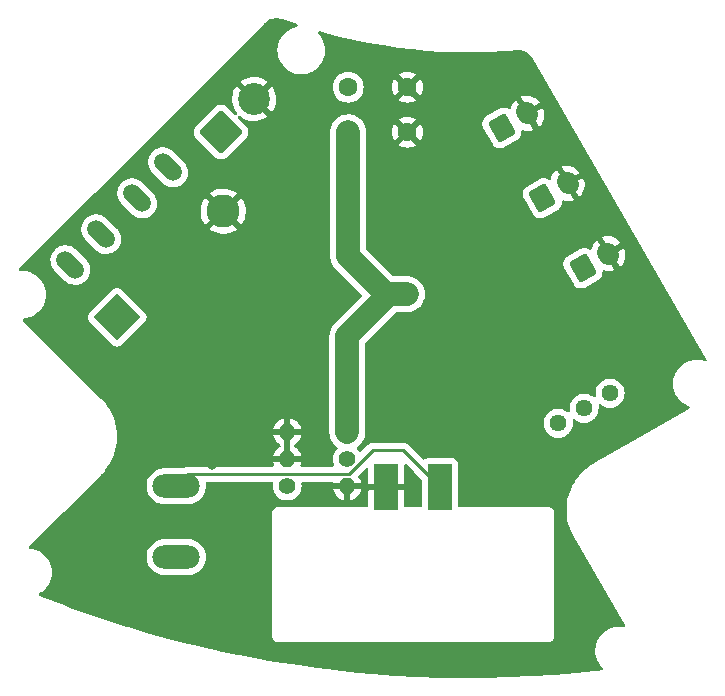
<source format=gbr>
%TF.GenerationSoftware,KiCad,Pcbnew,(6.0.5)*%
%TF.CreationDate,2022-10-17T22:54:22+09:00*%
%TF.ProjectId,psu_board,7073755f-626f-4617-9264-2e6b69636164,rev?*%
%TF.SameCoordinates,Original*%
%TF.FileFunction,Copper,L2,Bot*%
%TF.FilePolarity,Positive*%
%FSLAX46Y46*%
G04 Gerber Fmt 4.6, Leading zero omitted, Abs format (unit mm)*
G04 Created by KiCad (PCBNEW (6.0.5)) date 2022-10-17 22:54:22*
%MOMM*%
%LPD*%
G01*
G04 APERTURE LIST*
G04 Aperture macros list*
%AMRoundRect*
0 Rectangle with rounded corners*
0 $1 Rounding radius*
0 $2 $3 $4 $5 $6 $7 $8 $9 X,Y pos of 4 corners*
0 Add a 4 corners polygon primitive as box body*
4,1,4,$2,$3,$4,$5,$6,$7,$8,$9,$2,$3,0*
0 Add four circle primitives for the rounded corners*
1,1,$1+$1,$2,$3*
1,1,$1+$1,$4,$5*
1,1,$1+$1,$6,$7*
1,1,$1+$1,$8,$9*
0 Add four rect primitives between the rounded corners*
20,1,$1+$1,$2,$3,$4,$5,0*
20,1,$1+$1,$4,$5,$6,$7,0*
20,1,$1+$1,$6,$7,$8,$9,0*
20,1,$1+$1,$8,$9,$2,$3,0*%
%AMHorizOval*
0 Thick line with rounded ends*
0 $1 width*
0 $2 $3 position (X,Y) of the first rounded end (center of the circle)*
0 $4 $5 position (X,Y) of the second rounded end (center of the circle)*
0 Add line between two ends*
20,1,$1,$2,$3,$4,$5,0*
0 Add two circle primitives to create the rounded ends*
1,1,$1,$2,$3*
1,1,$1,$4,$5*%
%AMRotRect*
0 Rectangle, with rotation*
0 The origin of the aperture is its center*
0 $1 length*
0 $2 width*
0 $3 Rotation angle, in degrees counterclockwise*
0 Add horizontal line*
21,1,$1,$2,0,0,$3*%
G04 Aperture macros list end*
%TA.AperFunction,ComponentPad*%
%ADD10HorizOval,1.500000X-0.424264X0.424264X0.424264X-0.424264X0*%
%TD*%
%TA.AperFunction,ComponentPad*%
%ADD11O,4.000000X2.000000*%
%TD*%
%TA.AperFunction,ComponentPad*%
%ADD12C,1.600000*%
%TD*%
%TA.AperFunction,ComponentPad*%
%ADD13C,1.400000*%
%TD*%
%TA.AperFunction,ComponentPad*%
%ADD14O,1.400000X1.400000*%
%TD*%
%TA.AperFunction,ComponentPad*%
%ADD15RotRect,2.800000X2.800000X45.000000*%
%TD*%
%TA.AperFunction,ComponentPad*%
%ADD16HorizOval,2.800000X0.000000X0.000000X0.000000X0.000000X0*%
%TD*%
%TA.AperFunction,SMDPad,CuDef*%
%ADD17R,2.000000X4.000000*%
%TD*%
%TA.AperFunction,ComponentPad*%
%ADD18RoundRect,0.250000X-0.144615X-0.949519X0.894615X-0.349519X0.144615X0.949519X-0.894615X0.349519X0*%
%TD*%
%TA.AperFunction,ComponentPad*%
%ADD19HorizOval,1.700000X-0.075000X0.129904X0.075000X-0.129904X0*%
%TD*%
%TA.AperFunction,ComponentPad*%
%ADD20RoundRect,0.250001X0.000000X-1.555634X1.555634X0.000000X0.000000X1.555634X-1.555634X0.000000X0*%
%TD*%
%TA.AperFunction,ComponentPad*%
%ADD21C,2.700000*%
%TD*%
%TA.AperFunction,ComponentPad*%
%ADD22C,1.440000*%
%TD*%
%TA.AperFunction,ViaPad*%
%ADD23C,0.800000*%
%TD*%
%TA.AperFunction,Conductor*%
%ADD24C,2.000000*%
%TD*%
%TA.AperFunction,Conductor*%
%ADD25C,0.250000*%
%TD*%
G04 APERTURE END LIST*
D10*
%TO.P,F1,1*%
%TO.N,Net-(BT1-Pad1)*%
X130298279Y-92967720D03*
X132914574Y-90351425D03*
%TO.P,F1,2*%
%TO.N,Net-(D1-Pad1)*%
X124641425Y-98624574D03*
X127257720Y-96008279D03*
%TD*%
D11*
%TO.P,SW1,1*%
%TO.N,Net-(D1-Pad1)*%
X133604000Y-117348000D03*
%TO.P,SW1,2*%
%TO.N,+7.5V*%
X133604000Y-123348000D03*
%TD*%
D12*
%TO.P,C2,1*%
%TO.N,+5V*%
X148162000Y-87376000D03*
%TO.P,C2,2*%
%TO.N,GND*%
X153162000Y-87376000D03*
%TD*%
D13*
%TO.P,R2,1*%
%TO.N,Net-(R2-Pad1)*%
X148082000Y-115062000D03*
D14*
%TO.P,R2,2*%
%TO.N,GND*%
X143002000Y-115062000D03*
%TD*%
D15*
%TO.P,D1,1,K*%
%TO.N,Net-(D1-Pad1)*%
X128605872Y-103042129D03*
D16*
%TO.P,D1,2,A*%
%TO.N,GND*%
X137586128Y-94061873D03*
%TD*%
D13*
%TO.P,R3,1*%
%TO.N,+5V*%
X148082000Y-112776000D03*
D14*
%TO.P,R3,2*%
%TO.N,GND*%
X143002000Y-112776000D03*
%TD*%
D12*
%TO.P,C1,1*%
%TO.N,+7.5V*%
X148162000Y-83566000D03*
%TO.P,C1,2*%
%TO.N,GND*%
X153162000Y-83566000D03*
%TD*%
D17*
%TO.P,MES1,1,-*%
%TO.N,GND*%
X151384000Y-117461000D03*
%TO.P,MES1,2,+*%
%TO.N,Net-(D1-Pad1)*%
X155956000Y-117461000D03*
%TD*%
D18*
%TO.P,J1,1,Pin_1*%
%TO.N,+7.5V*%
X161163000Y-87024797D03*
D19*
%TO.P,J1,2,Pin_2*%
%TO.N,GND*%
X163328064Y-85774797D03*
%TD*%
D18*
%TO.P,J3,1,Pin_1*%
%TO.N,+5V*%
X168021000Y-98903202D03*
D19*
%TO.P,J3,2,Pin_2*%
%TO.N,GND*%
X170186064Y-97653202D03*
%TD*%
D20*
%TO.P,BT1,1,+*%
%TO.N,Net-(BT1-Pad1)*%
X137403020Y-87371163D03*
D21*
%TO.P,BT1,2,-*%
%TO.N,GND*%
X140203163Y-84571020D03*
%TD*%
D18*
%TO.P,J2,1,Pin_1*%
%TO.N,+7.5V*%
X164592000Y-92964000D03*
D19*
%TO.P,J2,2,Pin_2*%
%TO.N,GND*%
X166757064Y-91714000D03*
%TD*%
D22*
%TO.P,RV1,1,1*%
%TO.N,Net-(R2-Pad1)*%
X165939636Y-112019000D03*
%TO.P,RV1,2,2*%
X168139341Y-110749000D03*
%TO.P,RV1,3,3*%
%TO.N,Net-(RV1-Pad3)*%
X170339045Y-109479000D03*
%TD*%
D13*
%TO.P,R1,1*%
%TO.N,+7.5V*%
X143002000Y-117348000D03*
D14*
%TO.P,R1,2*%
%TO.N,GND*%
X148082000Y-117348000D03*
%TD*%
D23*
%TO.N,GND*%
X144018000Y-108966000D03*
X151638000Y-111252000D03*
X152146000Y-92456000D03*
X165100000Y-103378000D03*
X131826000Y-99822000D03*
X159766000Y-103378000D03*
X156210000Y-82296000D03*
X136144000Y-103632000D03*
X155956000Y-93218000D03*
X139954000Y-80772000D03*
X139192000Y-97028000D03*
X130556000Y-115316000D03*
X162052000Y-82042000D03*
X173990000Y-105156000D03*
X124714000Y-104648000D03*
X136652000Y-115570000D03*
X145034000Y-93472000D03*
X136652000Y-111252000D03*
X155956000Y-111252000D03*
X159258000Y-98552000D03*
X135128000Y-96774000D03*
X163830000Y-99060000D03*
X141732000Y-101854000D03*
X160782000Y-90932000D03*
X160274000Y-111252000D03*
X144272000Y-84074000D03*
X156210000Y-87630000D03*
X130556000Y-111252000D03*
X130556000Y-120650000D03*
X161290000Y-94488000D03*
%TO.N,+5V*%
X151638000Y-101092000D03*
X150495000Y-100203000D03*
X153162000Y-101092000D03*
%TD*%
D24*
%TO.N,+5V*%
X148082000Y-104648000D02*
X151638000Y-101092000D01*
X148162000Y-97870000D02*
X148162000Y-87376000D01*
X150495000Y-100203000D02*
X148162000Y-97870000D01*
X151384000Y-101092000D02*
X150495000Y-100203000D01*
X151638000Y-101092000D02*
X153162000Y-101092000D01*
X151638000Y-101092000D02*
X151384000Y-101092000D01*
X148082000Y-112776000D02*
X148082000Y-104648000D01*
D25*
%TO.N,Net-(D1-Pad1)*%
X150292878Y-114300000D02*
X148269389Y-116323489D01*
X152795000Y-114300000D02*
X150292878Y-114300000D01*
X148269389Y-116323489D02*
X134628511Y-116323489D01*
X134628511Y-116323489D02*
X133604000Y-117348000D01*
X155956000Y-117461000D02*
X152795000Y-114300000D01*
%TD*%
%TA.AperFunction,Conductor*%
%TO.N,GND*%
G36*
X142223865Y-77732928D02*
G01*
X142415901Y-77759695D01*
X142433405Y-77763418D01*
X142584739Y-77807039D01*
X142605950Y-77815995D01*
X142606138Y-77815597D01*
X142610538Y-77817675D01*
X142614768Y-77820088D01*
X142620388Y-77822229D01*
X142620625Y-77822360D01*
X142620889Y-77822419D01*
X142626498Y-77824556D01*
X142631258Y-77825568D01*
X142633553Y-77826245D01*
X142639688Y-77828226D01*
X143796779Y-78234822D01*
X143854416Y-78276276D01*
X143880492Y-78342311D01*
X143866727Y-78411960D01*
X143817491Y-78463111D01*
X143785982Y-78474934D01*
X143786178Y-78475649D01*
X143522028Y-78547912D01*
X143518080Y-78549596D01*
X143274082Y-78653670D01*
X143274078Y-78653672D01*
X143270130Y-78655356D01*
X143151514Y-78726346D01*
X143038825Y-78793788D01*
X143038821Y-78793791D01*
X143035143Y-78795992D01*
X142821418Y-78967218D01*
X142632908Y-79165866D01*
X142473102Y-79388260D01*
X142344957Y-79630285D01*
X142343485Y-79634308D01*
X142343483Y-79634312D01*
X142300972Y-79750479D01*
X142250843Y-79887461D01*
X142192504Y-80155031D01*
X142171017Y-80428042D01*
X142171434Y-80435280D01*
X142186782Y-80701444D01*
X142239505Y-80970177D01*
X142240892Y-80974227D01*
X142240893Y-80974232D01*
X142312675Y-81183889D01*
X142328212Y-81229268D01*
X142357338Y-81287178D01*
X142426937Y-81425561D01*
X142451260Y-81473923D01*
X142453686Y-81477452D01*
X142453689Y-81477458D01*
X142603943Y-81696077D01*
X142606374Y-81699614D01*
X142790682Y-81902167D01*
X143000775Y-82077831D01*
X143004416Y-82080115D01*
X143229124Y-82221075D01*
X143229128Y-82221077D01*
X143232764Y-82223358D01*
X143300644Y-82254007D01*
X143478445Y-82334288D01*
X143478449Y-82334290D01*
X143482357Y-82336054D01*
X143486477Y-82337274D01*
X143486476Y-82337274D01*
X143740823Y-82412615D01*
X143740827Y-82412616D01*
X143744936Y-82413833D01*
X143749170Y-82414481D01*
X143749175Y-82414482D01*
X144011398Y-82454607D01*
X144011400Y-82454607D01*
X144015640Y-82455256D01*
X144155012Y-82457446D01*
X144285171Y-82459491D01*
X144285177Y-82459491D01*
X144289462Y-82459558D01*
X144561335Y-82426658D01*
X144826227Y-82357165D01*
X144830187Y-82355525D01*
X144830192Y-82355523D01*
X145026099Y-82274375D01*
X145079236Y-82252365D01*
X145315682Y-82114197D01*
X145531189Y-81945218D01*
X145572909Y-81902167D01*
X145718786Y-81751633D01*
X145721769Y-81748555D01*
X145724302Y-81745107D01*
X145724306Y-81745102D01*
X145881357Y-81531302D01*
X145883895Y-81527847D01*
X145911254Y-81477458D01*
X146012518Y-81290954D01*
X146012519Y-81290952D01*
X146014568Y-81287178D01*
X146068954Y-81143249D01*
X146109851Y-81035019D01*
X146109852Y-81035015D01*
X146111369Y-81031001D01*
X146158918Y-80823391D01*
X146171549Y-80768241D01*
X146171550Y-80768237D01*
X146172507Y-80764057D01*
X146178762Y-80693979D01*
X146196631Y-80493751D01*
X146196631Y-80493749D01*
X146196851Y-80491285D01*
X146197293Y-80449124D01*
X146195846Y-80427902D01*
X146178959Y-80180179D01*
X146178958Y-80180173D01*
X146178667Y-80175902D01*
X146123132Y-79907736D01*
X146031717Y-79649589D01*
X145906113Y-79406236D01*
X145898439Y-79395316D01*
X145825119Y-79290993D01*
X145748645Y-79182181D01*
X145621953Y-79045844D01*
X145590236Y-78982329D01*
X145597892Y-78911746D01*
X145642493Y-78856508D01*
X145709878Y-78834151D01*
X145749404Y-78839077D01*
X146213710Y-78973955D01*
X146213724Y-78973959D01*
X146214561Y-78974202D01*
X146215403Y-78974422D01*
X146215419Y-78974426D01*
X147429283Y-79290993D01*
X147429305Y-79290998D01*
X147430124Y-79291212D01*
X147430959Y-79291405D01*
X147430974Y-79291409D01*
X148653152Y-79574363D01*
X148653173Y-79574368D01*
X148653974Y-79574553D01*
X148654762Y-79574713D01*
X148654782Y-79574717D01*
X149878603Y-79822677D01*
X149885177Y-79824009D01*
X149886045Y-79824160D01*
X149886050Y-79824161D01*
X151121927Y-80039239D01*
X151121943Y-80039242D01*
X151122796Y-80039390D01*
X151123639Y-80039513D01*
X151123665Y-80039517D01*
X152059607Y-80175902D01*
X152365887Y-80220533D01*
X152366784Y-80220638D01*
X152366780Y-80220638D01*
X153612651Y-80367198D01*
X153612684Y-80367201D01*
X153613505Y-80367298D01*
X153614338Y-80367373D01*
X153614350Y-80367374D01*
X154863849Y-80479499D01*
X154863856Y-80479500D01*
X154864697Y-80479575D01*
X154865508Y-80479625D01*
X154865544Y-80479628D01*
X156117637Y-80557224D01*
X156117653Y-80557225D01*
X156118512Y-80557278D01*
X156686470Y-80576762D01*
X157373108Y-80600317D01*
X157373136Y-80600318D01*
X157373994Y-80600347D01*
X157374890Y-80600353D01*
X158629280Y-80608744D01*
X158629284Y-80608744D01*
X158630186Y-80608750D01*
X158631090Y-80608731D01*
X158631102Y-80608731D01*
X159885243Y-80582499D01*
X159885272Y-80582498D01*
X159886132Y-80582480D01*
X160409369Y-80557075D01*
X161140053Y-80521598D01*
X161140063Y-80521597D01*
X161140874Y-80521558D01*
X161867635Y-80466131D01*
X162368906Y-80427902D01*
X162376921Y-80427595D01*
X162381024Y-80427910D01*
X162387016Y-80427444D01*
X162387284Y-80427461D01*
X162387546Y-80427402D01*
X162393539Y-80426936D01*
X162398276Y-80425816D01*
X162398283Y-80425815D01*
X162404391Y-80424371D01*
X162431004Y-80421013D01*
X162563065Y-80418524D01*
X162595885Y-80417905D01*
X162613753Y-80418839D01*
X162653562Y-80423772D01*
X162806172Y-80442684D01*
X162823726Y-80446140D01*
X163010823Y-80497001D01*
X163027698Y-80502903D01*
X163205715Y-80579763D01*
X163221594Y-80588003D01*
X163386908Y-80689291D01*
X163401462Y-80699698D01*
X163479148Y-80764057D01*
X163550768Y-80823391D01*
X163563702Y-80835756D01*
X163693981Y-80979353D01*
X163705032Y-80993426D01*
X163727613Y-81026813D01*
X163795420Y-81127070D01*
X163803883Y-81143249D01*
X163807806Y-81150240D01*
X163811045Y-81158612D01*
X163816504Y-81165738D01*
X163816505Y-81165741D01*
X163830405Y-81183889D01*
X163839495Y-81197506D01*
X178494090Y-106580011D01*
X178510828Y-106649006D01*
X178487608Y-106716098D01*
X178431800Y-106759985D01*
X178361125Y-106766734D01*
X178350458Y-106764191D01*
X178104560Y-106694146D01*
X178100318Y-106693542D01*
X178100312Y-106693541D01*
X177899828Y-106665008D01*
X177833437Y-106655559D01*
X177689583Y-106654806D01*
X177563871Y-106654148D01*
X177563865Y-106654148D01*
X177559585Y-106654126D01*
X177555341Y-106654685D01*
X177555337Y-106654685D01*
X177436296Y-106670357D01*
X177288072Y-106689871D01*
X177283932Y-106691004D01*
X177283930Y-106691004D01*
X177211002Y-106710955D01*
X177023922Y-106762134D01*
X177007424Y-106769171D01*
X176775976Y-106867892D01*
X176775972Y-106867894D01*
X176772024Y-106869578D01*
X176679564Y-106924914D01*
X176540719Y-107008010D01*
X176540715Y-107008013D01*
X176537037Y-107010214D01*
X176323312Y-107181440D01*
X176134802Y-107380088D01*
X175974996Y-107602482D01*
X175846851Y-107844507D01*
X175845379Y-107848530D01*
X175845377Y-107848534D01*
X175802866Y-107964701D01*
X175752737Y-108101683D01*
X175694398Y-108369253D01*
X175672911Y-108642264D01*
X175673328Y-108649502D01*
X175688676Y-108915666D01*
X175741399Y-109184399D01*
X175742786Y-109188449D01*
X175742787Y-109188454D01*
X175828717Y-109439434D01*
X175830106Y-109443490D01*
X175866718Y-109516286D01*
X175949573Y-109681024D01*
X175953154Y-109688145D01*
X175955580Y-109691674D01*
X175955583Y-109691680D01*
X176045712Y-109822817D01*
X176108268Y-109913836D01*
X176111155Y-109917009D01*
X176111156Y-109917010D01*
X176159357Y-109969982D01*
X176292576Y-110116389D01*
X176502669Y-110292053D01*
X176506310Y-110294337D01*
X176731018Y-110435297D01*
X176731022Y-110435299D01*
X176734658Y-110437580D01*
X176984251Y-110550276D01*
X176987165Y-110551139D01*
X177043799Y-110593452D01*
X177068672Y-110659949D01*
X177053646Y-110729337D01*
X177006002Y-110778175D01*
X172836526Y-113185423D01*
X168951586Y-115428394D01*
X168932609Y-115437334D01*
X168918358Y-115442648D01*
X168918350Y-115442651D01*
X168913798Y-115444349D01*
X168902851Y-115450493D01*
X168899024Y-115453499D01*
X168896812Y-115454976D01*
X168890086Y-115459743D01*
X168571286Y-115662838D01*
X168569111Y-115664507D01*
X168261118Y-115900837D01*
X168261112Y-115900842D01*
X168258950Y-115902501D01*
X167968690Y-116168474D01*
X167966839Y-116170494D01*
X167966836Y-116170497D01*
X167719466Y-116440453D01*
X167702716Y-116458732D01*
X167592921Y-116601819D01*
X167464723Y-116768888D01*
X167464715Y-116768900D01*
X167463051Y-116771068D01*
X167461578Y-116773380D01*
X167461576Y-116773383D01*
X167331863Y-116976991D01*
X167251521Y-117103103D01*
X167250252Y-117105541D01*
X167121185Y-117353475D01*
X167069734Y-117452310D01*
X166919075Y-117816033D01*
X166918249Y-117818653D01*
X166918246Y-117818661D01*
X166820782Y-118127776D01*
X166800689Y-118191502D01*
X166715479Y-118575861D01*
X166664092Y-118966183D01*
X166663972Y-118968932D01*
X166663971Y-118968943D01*
X166650574Y-119275782D01*
X166646919Y-119359499D01*
X166647039Y-119362247D01*
X166662066Y-119706410D01*
X166664092Y-119752815D01*
X166715479Y-120143138D01*
X166800689Y-120527496D01*
X166919074Y-120902966D01*
X166920122Y-120905497D01*
X166920126Y-120905507D01*
X167017074Y-121139557D01*
X167069734Y-121266688D01*
X167237199Y-121588385D01*
X167240784Y-121596447D01*
X167240815Y-121596433D01*
X167242870Y-121600864D01*
X167244567Y-121605416D01*
X167250711Y-121616363D01*
X167253715Y-121620187D01*
X167267951Y-121638310D01*
X167277984Y-121653143D01*
X168804015Y-124296307D01*
X171567376Y-129082589D01*
X171584114Y-129151584D01*
X171560894Y-129218676D01*
X171505086Y-129262563D01*
X171440504Y-129270332D01*
X171244029Y-129242369D01*
X171100175Y-129241616D01*
X170974463Y-129240958D01*
X170974457Y-129240958D01*
X170970177Y-129240936D01*
X170965933Y-129241495D01*
X170965929Y-129241495D01*
X170846888Y-129257167D01*
X170698664Y-129276681D01*
X170434514Y-129348944D01*
X170430566Y-129350628D01*
X170186568Y-129454702D01*
X170186564Y-129454704D01*
X170182616Y-129456388D01*
X170064000Y-129527378D01*
X169951311Y-129594820D01*
X169951307Y-129594823D01*
X169947629Y-129597024D01*
X169733904Y-129768250D01*
X169545394Y-129966898D01*
X169385588Y-130189292D01*
X169257443Y-130431317D01*
X169255971Y-130435340D01*
X169255969Y-130435344D01*
X169211458Y-130556976D01*
X169163329Y-130688493D01*
X169104990Y-130956063D01*
X169083503Y-131229074D01*
X169083920Y-131236312D01*
X169099268Y-131502476D01*
X169151991Y-131771209D01*
X169153378Y-131775259D01*
X169153379Y-131775264D01*
X169231561Y-132003613D01*
X169240698Y-132030300D01*
X169302222Y-132152628D01*
X169339423Y-132226593D01*
X169363746Y-132274955D01*
X169366172Y-132278484D01*
X169366175Y-132278490D01*
X169510316Y-132488215D01*
X169518860Y-132500646D01*
X169703168Y-132703199D01*
X169706463Y-132705954D01*
X169711015Y-132709760D01*
X169750445Y-132768800D01*
X169751696Y-132839786D01*
X169714370Y-132900179D01*
X169645589Y-132931479D01*
X169489130Y-132950741D01*
X169389055Y-132963062D01*
X169386662Y-132963332D01*
X168943490Y-133009143D01*
X167479521Y-133160473D01*
X167477075Y-133160702D01*
X165566443Y-133320634D01*
X165563994Y-133320815D01*
X163650604Y-133443478D01*
X163648152Y-133443611D01*
X161732788Y-133528954D01*
X161730333Y-133529040D01*
X159813567Y-133577038D01*
X159811121Y-133577075D01*
X159254189Y-133580163D01*
X157893884Y-133587704D01*
X157891428Y-133587694D01*
X155974305Y-133560953D01*
X155971849Y-133560895D01*
X154055605Y-133496792D01*
X154053152Y-133496686D01*
X152138523Y-133395246D01*
X152136072Y-133395092D01*
X150223783Y-133256354D01*
X150221335Y-133256152D01*
X149027973Y-133146154D01*
X148312128Y-133080170D01*
X148309736Y-133079927D01*
X146404232Y-132866756D01*
X146401876Y-132866469D01*
X145509869Y-132749034D01*
X144500958Y-132616208D01*
X144498526Y-132615864D01*
X143363790Y-132443911D01*
X142602800Y-132328594D01*
X142600437Y-132328212D01*
X141357575Y-132115015D01*
X140710703Y-132004052D01*
X140708287Y-132003613D01*
X138981424Y-131672622D01*
X138825294Y-131642696D01*
X138822915Y-131642217D01*
X137103825Y-131277840D01*
X136947219Y-131244646D01*
X136944821Y-131244113D01*
X136083850Y-131044012D01*
X135077312Y-130810079D01*
X135074933Y-130809502D01*
X135064588Y-130806884D01*
X134580854Y-130684473D01*
X133216174Y-130339134D01*
X133213800Y-130338508D01*
X131364634Y-129832021D01*
X131362271Y-129831349D01*
X129523276Y-129288902D01*
X129520928Y-129288184D01*
X129371543Y-129240936D01*
X127692885Y-128710006D01*
X127690636Y-128709271D01*
X126785144Y-128403341D01*
X125874121Y-128095542D01*
X125871802Y-128094733D01*
X124805978Y-127711331D01*
X124067626Y-127445728D01*
X124065402Y-127444903D01*
X122274277Y-126760879D01*
X122271991Y-126759981D01*
X122029510Y-126661921D01*
X121973856Y-126617839D01*
X121950871Y-126550666D01*
X121967850Y-126481730D01*
X122013177Y-126436323D01*
X122193862Y-126330739D01*
X122193863Y-126330738D01*
X122197565Y-126328575D01*
X122413072Y-126159596D01*
X122603652Y-125962933D01*
X122606185Y-125959485D01*
X122606189Y-125959480D01*
X122763240Y-125745680D01*
X122765778Y-125742225D01*
X122821315Y-125639939D01*
X122894401Y-125505332D01*
X122894402Y-125505330D01*
X122896451Y-125501556D01*
X122993252Y-125245379D01*
X123034156Y-125066781D01*
X123053432Y-124982619D01*
X123053433Y-124982615D01*
X123054390Y-124978435D01*
X123062893Y-124883167D01*
X123078514Y-124708129D01*
X123078514Y-124708127D01*
X123078734Y-124705663D01*
X123079176Y-124663502D01*
X123076009Y-124617047D01*
X123060842Y-124394557D01*
X123060841Y-124394551D01*
X123060550Y-124390280D01*
X123005015Y-124122114D01*
X122913600Y-123863967D01*
X122814532Y-123672026D01*
X122789961Y-123624421D01*
X122789961Y-123624420D01*
X122787996Y-123620614D01*
X122770129Y-123595191D01*
X122637051Y-123405841D01*
X122633520Y-123400817D01*
X131091514Y-123400817D01*
X131092095Y-123405837D01*
X131092095Y-123405841D01*
X131116946Y-123620614D01*
X131119415Y-123641956D01*
X131120791Y-123646820D01*
X131120792Y-123646823D01*
X131166476Y-123808266D01*
X131185510Y-123875532D01*
X131187644Y-123880108D01*
X131187646Y-123880114D01*
X131244446Y-124001922D01*
X131288099Y-124095536D01*
X131290940Y-124099717D01*
X131290941Y-124099718D01*
X131309014Y-124126311D01*
X131424544Y-124296307D01*
X131591332Y-124472681D01*
X131595358Y-124475759D01*
X131595359Y-124475760D01*
X131780154Y-124617047D01*
X131780158Y-124617050D01*
X131784174Y-124620120D01*
X131998109Y-124734831D01*
X132227631Y-124813862D01*
X132326978Y-124831022D01*
X132462926Y-124854504D01*
X132462932Y-124854505D01*
X132466836Y-124855179D01*
X132470797Y-124855359D01*
X132470798Y-124855359D01*
X132494506Y-124856436D01*
X132494525Y-124856436D01*
X132495925Y-124856500D01*
X134665001Y-124856500D01*
X134667509Y-124856298D01*
X134667514Y-124856298D01*
X134840924Y-124842346D01*
X134840929Y-124842345D01*
X134845965Y-124841940D01*
X134850873Y-124840734D01*
X134850876Y-124840734D01*
X135076792Y-124785244D01*
X135081706Y-124784037D01*
X135086358Y-124782062D01*
X135086362Y-124782061D01*
X135300498Y-124691165D01*
X135305156Y-124689188D01*
X135411037Y-124622511D01*
X135506288Y-124562528D01*
X135506291Y-124562526D01*
X135510567Y-124559833D01*
X135611421Y-124470919D01*
X135688858Y-124402650D01*
X135688861Y-124402647D01*
X135692655Y-124399302D01*
X135846734Y-124211722D01*
X135968841Y-124001922D01*
X136019224Y-123870669D01*
X136054020Y-123780022D01*
X136054021Y-123780018D01*
X136055833Y-123775298D01*
X136088148Y-123620614D01*
X136104440Y-123542631D01*
X136104440Y-123542627D01*
X136105474Y-123537680D01*
X136116486Y-123295183D01*
X136101235Y-123163373D01*
X136089167Y-123059071D01*
X136089166Y-123059067D01*
X136088585Y-123054044D01*
X136049517Y-122915978D01*
X136023866Y-122825331D01*
X136022490Y-122820468D01*
X136020356Y-122815892D01*
X136020354Y-122815886D01*
X135922038Y-122605046D01*
X135922036Y-122605042D01*
X135919901Y-122600464D01*
X135783456Y-122399693D01*
X135616668Y-122223319D01*
X135612641Y-122220240D01*
X135427846Y-122078953D01*
X135427842Y-122078950D01*
X135423826Y-122075880D01*
X135209891Y-121961169D01*
X134980369Y-121882138D01*
X134881022Y-121864978D01*
X134745074Y-121841496D01*
X134745068Y-121841495D01*
X134741164Y-121840821D01*
X134737203Y-121840641D01*
X134737202Y-121840641D01*
X134713494Y-121839564D01*
X134713475Y-121839564D01*
X134712075Y-121839500D01*
X132542999Y-121839500D01*
X132540491Y-121839702D01*
X132540486Y-121839702D01*
X132367076Y-121853654D01*
X132367071Y-121853655D01*
X132362035Y-121854060D01*
X132357127Y-121855266D01*
X132357124Y-121855266D01*
X132241007Y-121883787D01*
X132126294Y-121911963D01*
X132121642Y-121913938D01*
X132121638Y-121913939D01*
X132014252Y-121959522D01*
X131902844Y-122006812D01*
X131898560Y-122009510D01*
X131701712Y-122133472D01*
X131701709Y-122133474D01*
X131697433Y-122136167D01*
X131693639Y-122139512D01*
X131519142Y-122293350D01*
X131519139Y-122293353D01*
X131515345Y-122296698D01*
X131361266Y-122484278D01*
X131239159Y-122694078D01*
X131237346Y-122698801D01*
X131165477Y-122886029D01*
X131152167Y-122920702D01*
X131151133Y-122925652D01*
X131151132Y-122925655D01*
X131130335Y-123025208D01*
X131102526Y-123158320D01*
X131091514Y-123400817D01*
X122633520Y-123400817D01*
X122630528Y-123396559D01*
X122444108Y-123195947D01*
X122440793Y-123193233D01*
X122440789Y-123193230D01*
X122270737Y-123054044D01*
X122232188Y-123022492D01*
X121998687Y-122879403D01*
X121993810Y-122877262D01*
X121751856Y-122771051D01*
X121751852Y-122771050D01*
X121747928Y-122769327D01*
X121484549Y-122694302D01*
X121480307Y-122693698D01*
X121480301Y-122693697D01*
X121285127Y-122665920D01*
X121245135Y-122660228D01*
X121180512Y-122630827D01*
X121142044Y-122571156D01*
X121141942Y-122500159D01*
X121173794Y-122446390D01*
X124107170Y-119513015D01*
X126219368Y-117400817D01*
X131091514Y-117400817D01*
X131092095Y-117405837D01*
X131092095Y-117405841D01*
X131116241Y-117614522D01*
X131119415Y-117641956D01*
X131120791Y-117646820D01*
X131120792Y-117646823D01*
X131166476Y-117808266D01*
X131185510Y-117875532D01*
X131187644Y-117880108D01*
X131187646Y-117880114D01*
X131244446Y-118001922D01*
X131288099Y-118095536D01*
X131290940Y-118099717D01*
X131290941Y-118099718D01*
X131339107Y-118170592D01*
X131424544Y-118296307D01*
X131591332Y-118472681D01*
X131595358Y-118475759D01*
X131595359Y-118475760D01*
X131780154Y-118617047D01*
X131780158Y-118617050D01*
X131784174Y-118620120D01*
X131998109Y-118734831D01*
X132227631Y-118813862D01*
X132326978Y-118831022D01*
X132462926Y-118854504D01*
X132462932Y-118854505D01*
X132466836Y-118855179D01*
X132470797Y-118855359D01*
X132470798Y-118855359D01*
X132494506Y-118856436D01*
X132494525Y-118856436D01*
X132495925Y-118856500D01*
X134665001Y-118856500D01*
X134667509Y-118856298D01*
X134667514Y-118856298D01*
X134840924Y-118842346D01*
X134840929Y-118842345D01*
X134845965Y-118841940D01*
X134850873Y-118840734D01*
X134850876Y-118840734D01*
X135076792Y-118785244D01*
X135081706Y-118784037D01*
X135086358Y-118782062D01*
X135086362Y-118782061D01*
X135300498Y-118691165D01*
X135305156Y-118689188D01*
X135411037Y-118622511D01*
X135506288Y-118562528D01*
X135506291Y-118562526D01*
X135510567Y-118559833D01*
X135609422Y-118472681D01*
X135688858Y-118402650D01*
X135688861Y-118402647D01*
X135692655Y-118399302D01*
X135780696Y-118292119D01*
X135843526Y-118215628D01*
X135843528Y-118215625D01*
X135846734Y-118211722D01*
X135968841Y-118001922D01*
X136039188Y-117818661D01*
X136054020Y-117780022D01*
X136054021Y-117780018D01*
X136055833Y-117775298D01*
X136058421Y-117762910D01*
X136104440Y-117542631D01*
X136104440Y-117542627D01*
X136105474Y-117537680D01*
X136116486Y-117295183D01*
X136109409Y-117234012D01*
X136093610Y-117097471D01*
X136105650Y-117027503D01*
X136153606Y-116975151D01*
X136218775Y-116956989D01*
X141691434Y-116956989D01*
X141759555Y-116976991D01*
X141806048Y-117030647D01*
X141816152Y-117100921D01*
X141813141Y-117115599D01*
X141807314Y-117137345D01*
X141788884Y-117348000D01*
X141807314Y-117558655D01*
X141808738Y-117563968D01*
X141808738Y-117563970D01*
X141850406Y-117719475D01*
X141862044Y-117762910D01*
X141864366Y-117767891D01*
X141864367Y-117767892D01*
X141914561Y-117875532D01*
X141951411Y-117954558D01*
X142072699Y-118127776D01*
X142222224Y-118277301D01*
X142395442Y-118398589D01*
X142400420Y-118400910D01*
X142400423Y-118400912D01*
X142582108Y-118485633D01*
X142587090Y-118487956D01*
X142592398Y-118489378D01*
X142592400Y-118489379D01*
X142786030Y-118541262D01*
X142786032Y-118541262D01*
X142791345Y-118542686D01*
X143002000Y-118561116D01*
X143212655Y-118542686D01*
X143217968Y-118541262D01*
X143217970Y-118541262D01*
X143411600Y-118489379D01*
X143411602Y-118489378D01*
X143416910Y-118487956D01*
X143421892Y-118485633D01*
X143603577Y-118400912D01*
X143603580Y-118400910D01*
X143608558Y-118398589D01*
X143781776Y-118277301D01*
X143931301Y-118127776D01*
X144052589Y-117954558D01*
X144089440Y-117875532D01*
X144139633Y-117767892D01*
X144139634Y-117767891D01*
X144141956Y-117762910D01*
X144153595Y-117719475D01*
X144181717Y-117614522D01*
X146902801Y-117614522D01*
X146941092Y-117757423D01*
X146944842Y-117767727D01*
X147029521Y-117949323D01*
X147034998Y-117958811D01*
X147149925Y-118122942D01*
X147156981Y-118131350D01*
X147298650Y-118273019D01*
X147307058Y-118280075D01*
X147471189Y-118395002D01*
X147480677Y-118400479D01*
X147662273Y-118485158D01*
X147672577Y-118488908D01*
X147810503Y-118525866D01*
X147824599Y-118525530D01*
X147828000Y-118517588D01*
X147828000Y-118512439D01*
X148336000Y-118512439D01*
X148339973Y-118525970D01*
X148348522Y-118527199D01*
X148491423Y-118488908D01*
X148501727Y-118485158D01*
X148683323Y-118400479D01*
X148692811Y-118395002D01*
X148856942Y-118280075D01*
X148865350Y-118273019D01*
X149007019Y-118131350D01*
X149014075Y-118122942D01*
X149129002Y-117958811D01*
X149134479Y-117949323D01*
X149219158Y-117767727D01*
X149222908Y-117757423D01*
X149259866Y-117619497D01*
X149259530Y-117605401D01*
X149251588Y-117602000D01*
X148354115Y-117602000D01*
X148338876Y-117606475D01*
X148337671Y-117607865D01*
X148336000Y-117615548D01*
X148336000Y-118512439D01*
X147828000Y-118512439D01*
X147828000Y-117620115D01*
X147823525Y-117604876D01*
X147822135Y-117603671D01*
X147814452Y-117602000D01*
X146917561Y-117602000D01*
X146904030Y-117605973D01*
X146902801Y-117614522D01*
X144181717Y-117614522D01*
X144195262Y-117563970D01*
X144195262Y-117563968D01*
X144196686Y-117558655D01*
X144215116Y-117348000D01*
X144196686Y-117137345D01*
X144190860Y-117115602D01*
X144192548Y-117044626D01*
X144232341Y-116985829D01*
X144297605Y-116957880D01*
X144312566Y-116956989D01*
X146778253Y-116956989D01*
X146846374Y-116976991D01*
X146892867Y-117030647D01*
X146904217Y-117079989D01*
X146904470Y-117090599D01*
X146912412Y-117094000D01*
X149246439Y-117094000D01*
X149259970Y-117090027D01*
X149261199Y-117081478D01*
X149222908Y-116938577D01*
X149219158Y-116928273D01*
X149134479Y-116746677D01*
X149129002Y-116737190D01*
X149034213Y-116601819D01*
X149011525Y-116534545D01*
X149028810Y-116465685D01*
X149048330Y-116440453D01*
X149660904Y-115827878D01*
X149723217Y-115793853D01*
X149794032Y-115798917D01*
X149850868Y-115841464D01*
X149875679Y-115907984D01*
X149876000Y-115916973D01*
X149876000Y-117188885D01*
X149880475Y-117204124D01*
X149881865Y-117205329D01*
X149889548Y-117207000D01*
X152873884Y-117207000D01*
X152889123Y-117202525D01*
X152890328Y-117201135D01*
X152891999Y-117193452D01*
X152891999Y-115597093D01*
X152912001Y-115528972D01*
X152965657Y-115482479D01*
X153035931Y-115472375D01*
X153100511Y-115501869D01*
X153107090Y-115507994D01*
X153765710Y-116166615D01*
X154410595Y-116811500D01*
X154444621Y-116873812D01*
X154447500Y-116900595D01*
X154447500Y-118999500D01*
X154427498Y-119067621D01*
X154373842Y-119114114D01*
X154321500Y-119125500D01*
X153018000Y-119125500D01*
X152949879Y-119105498D01*
X152903386Y-119051842D01*
X152892000Y-118999500D01*
X152892000Y-117733115D01*
X152887525Y-117717876D01*
X152886135Y-117716671D01*
X152878452Y-117715000D01*
X149894116Y-117715000D01*
X149878877Y-117719475D01*
X149877672Y-117720865D01*
X149876001Y-117728548D01*
X149876001Y-118999500D01*
X149855999Y-119067621D01*
X149802343Y-119114114D01*
X149750001Y-119125500D01*
X142248623Y-119125500D01*
X142247853Y-119125498D01*
X142247037Y-119125493D01*
X142170279Y-119125024D01*
X142148863Y-119131145D01*
X142141847Y-119133150D01*
X142125085Y-119136728D01*
X142095813Y-119140920D01*
X142087645Y-119144634D01*
X142087644Y-119144634D01*
X142072438Y-119151548D01*
X142054914Y-119157996D01*
X142030229Y-119165051D01*
X142022635Y-119169843D01*
X142022632Y-119169844D01*
X142005220Y-119180830D01*
X141990137Y-119188969D01*
X141963218Y-119201208D01*
X141956416Y-119207069D01*
X141943765Y-119217970D01*
X141928761Y-119229073D01*
X141907042Y-119242776D01*
X141901103Y-119249501D01*
X141901099Y-119249504D01*
X141887468Y-119264938D01*
X141875276Y-119276982D01*
X141859673Y-119290427D01*
X141859671Y-119290430D01*
X141852873Y-119296287D01*
X141847993Y-119303816D01*
X141847992Y-119303817D01*
X141838906Y-119317835D01*
X141827615Y-119332709D01*
X141816569Y-119345217D01*
X141810622Y-119351951D01*
X141804312Y-119365391D01*
X141798058Y-119378711D01*
X141789737Y-119393691D01*
X141778529Y-119410983D01*
X141778527Y-119410988D01*
X141773648Y-119418515D01*
X141771078Y-119427108D01*
X141771076Y-119427113D01*
X141766289Y-119443120D01*
X141759628Y-119460564D01*
X141753443Y-119473738D01*
X141748719Y-119483800D01*
X141747338Y-119492667D01*
X141747338Y-119492668D01*
X141744170Y-119513015D01*
X141740387Y-119529732D01*
X141734485Y-119549466D01*
X141734484Y-119549472D01*
X141731914Y-119558066D01*
X141731859Y-119567037D01*
X141731859Y-119567038D01*
X141731704Y-119592497D01*
X141731671Y-119593289D01*
X141731500Y-119594386D01*
X141731500Y-119625377D01*
X141731498Y-119626147D01*
X141731024Y-119703721D01*
X141731408Y-119705065D01*
X141731500Y-119706410D01*
X141731500Y-130039377D01*
X141731498Y-130040147D01*
X141731024Y-130117721D01*
X141733491Y-130126352D01*
X141739150Y-130146153D01*
X141742728Y-130162915D01*
X141746920Y-130192187D01*
X141750634Y-130200355D01*
X141750634Y-130200356D01*
X141757548Y-130215562D01*
X141763996Y-130233086D01*
X141771051Y-130257771D01*
X141775843Y-130265365D01*
X141775844Y-130265368D01*
X141786830Y-130282780D01*
X141794969Y-130297863D01*
X141807208Y-130324782D01*
X141813069Y-130331584D01*
X141823970Y-130344235D01*
X141835073Y-130359239D01*
X141848776Y-130380958D01*
X141855501Y-130386897D01*
X141855504Y-130386901D01*
X141870938Y-130400532D01*
X141882982Y-130412724D01*
X141896427Y-130428327D01*
X141896430Y-130428329D01*
X141902287Y-130435127D01*
X141909816Y-130440007D01*
X141909817Y-130440008D01*
X141923835Y-130449094D01*
X141938709Y-130460385D01*
X141951217Y-130471431D01*
X141957951Y-130477378D01*
X141984711Y-130489942D01*
X141999691Y-130498263D01*
X142016983Y-130509471D01*
X142016988Y-130509473D01*
X142024515Y-130514352D01*
X142033108Y-130516922D01*
X142033113Y-130516924D01*
X142049120Y-130521711D01*
X142066564Y-130528372D01*
X142081676Y-130535467D01*
X142081678Y-130535468D01*
X142089800Y-130539281D01*
X142098667Y-130540662D01*
X142098668Y-130540662D01*
X142108310Y-130542163D01*
X142119017Y-130543830D01*
X142135732Y-130547613D01*
X142155466Y-130553515D01*
X142155472Y-130553516D01*
X142164066Y-130556086D01*
X142173037Y-130556141D01*
X142173038Y-130556141D01*
X142183097Y-130556202D01*
X142198506Y-130556296D01*
X142199289Y-130556329D01*
X142200386Y-130556500D01*
X142231377Y-130556500D01*
X142232147Y-130556502D01*
X142305785Y-130556952D01*
X142305786Y-130556952D01*
X142309721Y-130556976D01*
X142311065Y-130556592D01*
X142312410Y-130556500D01*
X165091377Y-130556500D01*
X165092148Y-130556502D01*
X165169721Y-130556976D01*
X165198152Y-130548850D01*
X165214915Y-130545272D01*
X165215753Y-130545152D01*
X165244187Y-130541080D01*
X165267564Y-130530451D01*
X165285087Y-130524004D01*
X165309771Y-130516949D01*
X165317365Y-130512157D01*
X165317368Y-130512156D01*
X165334780Y-130501170D01*
X165349865Y-130493030D01*
X165376782Y-130480792D01*
X165396235Y-130464030D01*
X165411239Y-130452927D01*
X165432958Y-130439224D01*
X165438897Y-130432499D01*
X165438901Y-130432496D01*
X165452532Y-130417062D01*
X165464724Y-130405018D01*
X165480327Y-130391573D01*
X165480329Y-130391570D01*
X165487127Y-130385713D01*
X165501094Y-130364165D01*
X165512385Y-130349291D01*
X165523431Y-130336783D01*
X165523432Y-130336782D01*
X165529378Y-130330049D01*
X165541943Y-130303287D01*
X165550263Y-130288309D01*
X165561471Y-130271017D01*
X165561473Y-130271012D01*
X165566352Y-130263485D01*
X165568922Y-130254892D01*
X165568924Y-130254887D01*
X165573711Y-130238880D01*
X165580372Y-130221436D01*
X165587467Y-130206324D01*
X165587468Y-130206322D01*
X165591281Y-130198200D01*
X165595830Y-130168983D01*
X165599613Y-130152268D01*
X165605515Y-130132534D01*
X165605516Y-130132528D01*
X165608086Y-130123934D01*
X165608296Y-130089494D01*
X165608329Y-130088711D01*
X165608500Y-130087614D01*
X165608500Y-130056623D01*
X165608502Y-130055853D01*
X165608952Y-129982215D01*
X165608952Y-129982214D01*
X165608976Y-129978279D01*
X165608592Y-129976935D01*
X165608500Y-129975590D01*
X165608500Y-119642623D01*
X165608502Y-119641853D01*
X165608800Y-119593102D01*
X165608976Y-119564279D01*
X165600850Y-119535847D01*
X165597272Y-119519085D01*
X165594352Y-119498698D01*
X165593080Y-119489813D01*
X165582451Y-119466436D01*
X165576004Y-119448913D01*
X165571416Y-119432862D01*
X165568949Y-119424229D01*
X165564156Y-119416632D01*
X165553170Y-119399220D01*
X165545030Y-119384135D01*
X165542564Y-119378711D01*
X165532792Y-119357218D01*
X165516030Y-119337765D01*
X165504927Y-119322761D01*
X165491224Y-119301042D01*
X165484499Y-119295103D01*
X165484496Y-119295099D01*
X165469062Y-119281468D01*
X165457018Y-119269276D01*
X165443573Y-119253673D01*
X165443570Y-119253671D01*
X165437713Y-119246873D01*
X165424009Y-119237990D01*
X165416165Y-119232906D01*
X165401291Y-119221615D01*
X165388783Y-119210569D01*
X165388782Y-119210568D01*
X165382049Y-119204622D01*
X165355287Y-119192057D01*
X165340309Y-119183737D01*
X165323017Y-119172529D01*
X165323012Y-119172527D01*
X165315485Y-119167648D01*
X165306892Y-119165078D01*
X165306887Y-119165076D01*
X165290880Y-119160289D01*
X165273436Y-119153628D01*
X165258324Y-119146533D01*
X165258322Y-119146532D01*
X165250200Y-119142719D01*
X165241333Y-119141338D01*
X165241332Y-119141338D01*
X165230478Y-119139648D01*
X165220983Y-119138170D01*
X165204268Y-119134387D01*
X165184534Y-119128485D01*
X165184528Y-119128484D01*
X165175934Y-119125914D01*
X165166963Y-119125859D01*
X165166962Y-119125859D01*
X165156903Y-119125798D01*
X165141494Y-119125704D01*
X165140711Y-119125671D01*
X165139614Y-119125500D01*
X165108623Y-119125500D01*
X165107853Y-119125498D01*
X165034215Y-119125048D01*
X165034214Y-119125048D01*
X165030279Y-119125024D01*
X165028935Y-119125408D01*
X165027590Y-119125500D01*
X157590500Y-119125500D01*
X157522379Y-119105498D01*
X157475886Y-119051842D01*
X157464500Y-118999500D01*
X157464500Y-115412866D01*
X157457745Y-115350684D01*
X157406615Y-115214295D01*
X157319261Y-115097739D01*
X157202705Y-115010385D01*
X157066316Y-114959255D01*
X157004134Y-114952500D01*
X154907866Y-114952500D01*
X154845684Y-114959255D01*
X154709295Y-115010385D01*
X154620652Y-115076819D01*
X154554147Y-115101667D01*
X154484765Y-115086614D01*
X154455993Y-115065088D01*
X153298652Y-113907747D01*
X153291112Y-113899461D01*
X153287000Y-113892982D01*
X153261034Y-113868598D01*
X153237349Y-113846357D01*
X153234507Y-113843602D01*
X153214770Y-113823865D01*
X153211573Y-113821385D01*
X153202551Y-113813680D01*
X153198397Y-113809779D01*
X153170321Y-113783414D01*
X153163375Y-113779595D01*
X153163372Y-113779593D01*
X153152566Y-113773652D01*
X153136047Y-113762801D01*
X153135583Y-113762441D01*
X153120041Y-113750386D01*
X153112772Y-113747241D01*
X153112768Y-113747238D01*
X153079463Y-113732826D01*
X153068813Y-113727609D01*
X153030060Y-113706305D01*
X153010437Y-113701267D01*
X152991734Y-113694863D01*
X152980420Y-113689967D01*
X152980419Y-113689967D01*
X152973145Y-113686819D01*
X152965322Y-113685580D01*
X152965312Y-113685577D01*
X152929476Y-113679901D01*
X152917856Y-113677495D01*
X152882711Y-113668472D01*
X152882710Y-113668472D01*
X152875030Y-113666500D01*
X152854776Y-113666500D01*
X152835065Y-113664949D01*
X152822886Y-113663020D01*
X152815057Y-113661780D01*
X152785786Y-113664547D01*
X152771039Y-113665941D01*
X152759181Y-113666500D01*
X150371646Y-113666500D01*
X150360463Y-113665973D01*
X150352970Y-113664298D01*
X150345044Y-113664547D01*
X150345043Y-113664547D01*
X150284880Y-113666438D01*
X150280922Y-113666500D01*
X150253022Y-113666500D01*
X150249032Y-113667004D01*
X150237198Y-113667936D01*
X150192989Y-113669326D01*
X150185373Y-113671539D01*
X150185371Y-113671539D01*
X150173530Y-113674979D01*
X150154171Y-113678988D01*
X150152861Y-113679154D01*
X150134081Y-113681526D01*
X150126715Y-113684442D01*
X150126709Y-113684444D01*
X150092976Y-113697800D01*
X150081746Y-113701645D01*
X150052571Y-113710121D01*
X150039285Y-113713981D01*
X150032462Y-113718016D01*
X150021844Y-113724295D01*
X150004091Y-113732992D01*
X149996446Y-113736019D01*
X149985261Y-113740448D01*
X149971583Y-113750386D01*
X149949490Y-113766437D01*
X149939573Y-113772951D01*
X149901516Y-113795458D01*
X149887195Y-113809779D01*
X149872162Y-113822619D01*
X149855771Y-113834528D01*
X149850721Y-113840632D01*
X149850716Y-113840637D01*
X149827585Y-113868598D01*
X149819595Y-113877379D01*
X149283634Y-114413339D01*
X149221322Y-114447364D01*
X149150506Y-114442299D01*
X149091329Y-114396516D01*
X149011301Y-114282224D01*
X148932138Y-114203061D01*
X148898112Y-114140749D01*
X148903177Y-114069934D01*
X148950409Y-114009755D01*
X149013680Y-113966756D01*
X149026120Y-113958302D01*
X149026124Y-113958299D01*
X149030307Y-113955456D01*
X149206681Y-113788668D01*
X149210698Y-113783414D01*
X149351047Y-113599846D01*
X149351050Y-113599842D01*
X149354120Y-113595826D01*
X149468831Y-113381891D01*
X149547862Y-113152369D01*
X149579908Y-112966840D01*
X149588504Y-112917074D01*
X149588505Y-112917068D01*
X149589179Y-112913164D01*
X149590500Y-112884075D01*
X149590500Y-112019000D01*
X164706443Y-112019000D01*
X164725178Y-112233142D01*
X164780814Y-112440777D01*
X164783136Y-112445757D01*
X164783137Y-112445759D01*
X164812372Y-112508452D01*
X164871660Y-112635596D01*
X164994955Y-112811681D01*
X165146955Y-112963681D01*
X165323039Y-113086976D01*
X165328017Y-113089297D01*
X165328020Y-113089299D01*
X165483221Y-113161670D01*
X165517859Y-113177822D01*
X165523167Y-113179244D01*
X165523169Y-113179245D01*
X165720179Y-113232034D01*
X165720181Y-113232034D01*
X165725494Y-113233458D01*
X165939636Y-113252193D01*
X166153778Y-113233458D01*
X166159091Y-113232034D01*
X166159093Y-113232034D01*
X166356103Y-113179245D01*
X166356105Y-113179244D01*
X166361413Y-113177822D01*
X166396051Y-113161670D01*
X166551252Y-113089299D01*
X166551255Y-113089297D01*
X166556233Y-113086976D01*
X166732317Y-112963681D01*
X166884317Y-112811681D01*
X167007612Y-112635596D01*
X167066901Y-112508452D01*
X167096135Y-112445759D01*
X167096136Y-112445757D01*
X167098458Y-112440777D01*
X167154094Y-112233142D01*
X167172829Y-112019000D01*
X167154716Y-111811969D01*
X167168705Y-111742365D01*
X167218105Y-111691373D01*
X167287230Y-111675182D01*
X167352506Y-111697774D01*
X167522744Y-111816976D01*
X167527722Y-111819297D01*
X167527725Y-111819299D01*
X167712582Y-111905499D01*
X167717564Y-111907822D01*
X167722872Y-111909244D01*
X167722874Y-111909245D01*
X167919884Y-111962034D01*
X167919886Y-111962034D01*
X167925199Y-111963458D01*
X168139341Y-111982193D01*
X168353483Y-111963458D01*
X168358796Y-111962034D01*
X168358798Y-111962034D01*
X168555808Y-111909245D01*
X168555810Y-111909244D01*
X168561118Y-111907822D01*
X168566100Y-111905499D01*
X168750957Y-111819299D01*
X168750960Y-111819297D01*
X168755938Y-111816976D01*
X168932022Y-111693681D01*
X169084022Y-111541681D01*
X169207317Y-111365596D01*
X169298163Y-111170777D01*
X169322966Y-111078214D01*
X169352375Y-110968457D01*
X169352375Y-110968455D01*
X169353799Y-110963142D01*
X169372534Y-110749000D01*
X169354421Y-110541970D01*
X169368410Y-110472366D01*
X169417809Y-110421374D01*
X169486935Y-110405183D01*
X169552213Y-110427776D01*
X169722448Y-110546976D01*
X169727426Y-110549297D01*
X169727429Y-110549299D01*
X169901300Y-110630376D01*
X169917268Y-110637822D01*
X169922576Y-110639244D01*
X169922578Y-110639245D01*
X170119588Y-110692034D01*
X170119590Y-110692034D01*
X170124903Y-110693458D01*
X170339045Y-110712193D01*
X170553187Y-110693458D01*
X170558500Y-110692034D01*
X170558502Y-110692034D01*
X170755512Y-110639245D01*
X170755514Y-110639244D01*
X170760822Y-110637822D01*
X170776790Y-110630376D01*
X170950661Y-110549299D01*
X170950664Y-110549297D01*
X170955642Y-110546976D01*
X171131726Y-110423681D01*
X171283726Y-110271681D01*
X171407021Y-110095596D01*
X171454628Y-109993504D01*
X171495544Y-109905759D01*
X171495545Y-109905757D01*
X171497867Y-109900777D01*
X171518757Y-109822817D01*
X171552079Y-109698457D01*
X171552079Y-109698455D01*
X171553503Y-109693142D01*
X171572238Y-109479000D01*
X171553503Y-109264858D01*
X171536245Y-109200450D01*
X171499290Y-109062533D01*
X171499289Y-109062531D01*
X171497867Y-109057223D01*
X171429858Y-108911378D01*
X171409344Y-108867385D01*
X171409342Y-108867382D01*
X171407021Y-108862404D01*
X171283726Y-108686319D01*
X171131726Y-108534319D01*
X170955642Y-108411024D01*
X170950664Y-108408703D01*
X170950661Y-108408701D01*
X170765804Y-108322501D01*
X170765803Y-108322500D01*
X170760822Y-108320178D01*
X170755514Y-108318756D01*
X170755512Y-108318755D01*
X170558502Y-108265966D01*
X170558500Y-108265966D01*
X170553187Y-108264542D01*
X170339045Y-108245807D01*
X170124903Y-108264542D01*
X170119590Y-108265966D01*
X170119588Y-108265966D01*
X169922578Y-108318755D01*
X169922576Y-108318756D01*
X169917268Y-108320178D01*
X169912288Y-108322500D01*
X169912286Y-108322501D01*
X169727430Y-108408701D01*
X169727427Y-108408703D01*
X169722449Y-108411024D01*
X169546364Y-108534319D01*
X169394364Y-108686319D01*
X169271069Y-108862404D01*
X169268748Y-108867382D01*
X169268746Y-108867385D01*
X169248232Y-108911378D01*
X169180223Y-109057223D01*
X169178801Y-109062531D01*
X169178800Y-109062533D01*
X169141845Y-109200450D01*
X169124587Y-109264858D01*
X169105852Y-109479000D01*
X169113982Y-109571920D01*
X169123965Y-109686029D01*
X169109976Y-109755634D01*
X169060577Y-109806626D01*
X168991451Y-109822817D01*
X168926174Y-109800224D01*
X168862492Y-109755634D01*
X168755938Y-109681024D01*
X168750960Y-109678703D01*
X168750957Y-109678701D01*
X168566100Y-109592501D01*
X168566099Y-109592500D01*
X168561118Y-109590178D01*
X168555810Y-109588756D01*
X168555808Y-109588755D01*
X168358798Y-109535966D01*
X168358796Y-109535966D01*
X168353483Y-109534542D01*
X168139341Y-109515807D01*
X167925199Y-109534542D01*
X167919886Y-109535966D01*
X167919884Y-109535966D01*
X167722874Y-109588755D01*
X167722872Y-109588756D01*
X167717564Y-109590178D01*
X167712584Y-109592500D01*
X167712582Y-109592501D01*
X167527726Y-109678701D01*
X167527723Y-109678703D01*
X167522745Y-109681024D01*
X167346660Y-109804319D01*
X167194660Y-109956319D01*
X167071365Y-110132404D01*
X166980519Y-110327223D01*
X166979097Y-110332531D01*
X166979096Y-110332533D01*
X166941628Y-110472366D01*
X166924883Y-110534858D01*
X166906148Y-110749000D01*
X166924099Y-110954175D01*
X166924261Y-110956030D01*
X166910272Y-111025635D01*
X166860872Y-111076627D01*
X166791747Y-111092818D01*
X166726471Y-111070226D01*
X166556233Y-110951024D01*
X166551255Y-110948703D01*
X166551252Y-110948701D01*
X166366395Y-110862501D01*
X166366394Y-110862500D01*
X166361413Y-110860178D01*
X166356105Y-110858756D01*
X166356103Y-110858755D01*
X166159093Y-110805966D01*
X166159091Y-110805966D01*
X166153778Y-110804542D01*
X165939636Y-110785807D01*
X165725494Y-110804542D01*
X165720181Y-110805966D01*
X165720179Y-110805966D01*
X165523169Y-110858755D01*
X165523167Y-110858756D01*
X165517859Y-110860178D01*
X165512879Y-110862500D01*
X165512877Y-110862501D01*
X165328021Y-110948701D01*
X165328018Y-110948703D01*
X165323040Y-110951024D01*
X165146955Y-111074319D01*
X164994955Y-111226319D01*
X164871660Y-111402404D01*
X164780814Y-111597223D01*
X164779392Y-111602531D01*
X164779391Y-111602533D01*
X164753871Y-111697775D01*
X164725178Y-111804858D01*
X164706443Y-112019000D01*
X149590500Y-112019000D01*
X149590500Y-105325031D01*
X149610502Y-105256910D01*
X149627405Y-105235936D01*
X152225936Y-102637405D01*
X152288248Y-102603379D01*
X152315031Y-102600500D01*
X153223001Y-102600500D01*
X153225509Y-102600298D01*
X153225514Y-102600298D01*
X153398924Y-102586346D01*
X153398929Y-102586345D01*
X153403965Y-102585940D01*
X153408873Y-102584734D01*
X153408876Y-102584734D01*
X153634792Y-102529244D01*
X153639706Y-102528037D01*
X153644358Y-102526062D01*
X153644362Y-102526061D01*
X153839185Y-102443363D01*
X153863156Y-102433188D01*
X153939646Y-102385019D01*
X154064288Y-102306528D01*
X154064291Y-102306526D01*
X154068567Y-102303833D01*
X154114166Y-102263633D01*
X154246858Y-102146650D01*
X154246861Y-102146647D01*
X154250655Y-102143302D01*
X154314765Y-102065253D01*
X154401526Y-101959628D01*
X154401528Y-101959625D01*
X154404734Y-101955722D01*
X154526841Y-101745922D01*
X154613833Y-101519298D01*
X154627101Y-101455787D01*
X154662440Y-101286631D01*
X154662440Y-101286627D01*
X154663474Y-101281680D01*
X154674486Y-101039183D01*
X154646585Y-100798044D01*
X154580490Y-100564468D01*
X154578356Y-100559892D01*
X154578354Y-100559886D01*
X154480038Y-100349046D01*
X154480036Y-100349042D01*
X154477901Y-100344464D01*
X154460503Y-100318863D01*
X154379456Y-100199608D01*
X154341456Y-100143693D01*
X154174668Y-99967319D01*
X154109581Y-99917556D01*
X153985846Y-99822953D01*
X153985842Y-99822950D01*
X153981826Y-99819880D01*
X153976185Y-99816855D01*
X153772352Y-99707561D01*
X153767891Y-99705169D01*
X153538369Y-99626138D01*
X153439022Y-99608978D01*
X153303074Y-99585496D01*
X153303068Y-99585495D01*
X153299164Y-99584821D01*
X153295203Y-99584641D01*
X153295202Y-99584641D01*
X153271494Y-99583564D01*
X153271475Y-99583564D01*
X153270075Y-99583500D01*
X152061031Y-99583500D01*
X151992910Y-99563498D01*
X151971936Y-99546595D01*
X151045582Y-98620241D01*
X166365627Y-98620241D01*
X166367105Y-98627409D01*
X166398641Y-98780362D01*
X166401343Y-98793468D01*
X166444304Y-98889285D01*
X167244704Y-100275619D01*
X167307091Y-100361728D01*
X167439458Y-100479042D01*
X167445908Y-100482508D01*
X167445910Y-100482509D01*
X167568730Y-100548501D01*
X167595262Y-100562757D01*
X167766145Y-100608386D01*
X167773458Y-100608597D01*
X167773460Y-100608597D01*
X167846922Y-100610713D01*
X167942943Y-100613479D01*
X168101979Y-100580689D01*
X168109434Y-100579152D01*
X168109435Y-100579152D01*
X168116170Y-100577763D01*
X168138219Y-100567877D01*
X168149637Y-100562757D01*
X168211987Y-100534801D01*
X169338513Y-99884401D01*
X169424622Y-99822015D01*
X169541936Y-99689648D01*
X169625652Y-99533844D01*
X169671280Y-99362961D01*
X169672235Y-99329827D01*
X169674630Y-99246679D01*
X169676221Y-99191425D01*
X169698176Y-99123910D01*
X169753148Y-99078981D01*
X169823684Y-99070905D01*
X169837638Y-99074149D01*
X169984225Y-99117153D01*
X169994644Y-99119272D01*
X170212949Y-99144725D01*
X170223582Y-99145059D01*
X170443060Y-99133365D01*
X170453594Y-99131903D01*
X170667960Y-99083397D01*
X170678097Y-99080182D01*
X170692472Y-99074242D01*
X170703641Y-99065257D01*
X170700333Y-99051942D01*
X169948897Y-97750417D01*
X170537414Y-97750417D01*
X170539807Y-97757905D01*
X171139130Y-98795960D01*
X171149336Y-98805692D01*
X171159287Y-98801708D01*
X171248976Y-98721376D01*
X171256272Y-98713634D01*
X171392946Y-98541506D01*
X171398826Y-98532655D01*
X171504542Y-98339957D01*
X171508852Y-98330229D01*
X171580590Y-98122478D01*
X171583197Y-98112179D01*
X171618907Y-97895298D01*
X171619740Y-97884711D01*
X171618397Y-97664909D01*
X171617434Y-97654337D01*
X171579077Y-97437907D01*
X171576344Y-97427637D01*
X171501674Y-97219660D01*
X171498368Y-97212065D01*
X171496374Y-97208203D01*
X171486674Y-97198892D01*
X171484978Y-97198560D01*
X171477302Y-97200999D01*
X170548722Y-97737115D01*
X170537762Y-97748610D01*
X170537414Y-97750417D01*
X169948897Y-97750417D01*
X169839094Y-97560232D01*
X169232998Y-96510442D01*
X169222792Y-96500711D01*
X169212841Y-96504695D01*
X169123151Y-96585028D01*
X169115855Y-96592770D01*
X168979183Y-96764898D01*
X168973302Y-96773749D01*
X168867585Y-96966447D01*
X168863277Y-96976168D01*
X168791538Y-97183925D01*
X168788930Y-97194230D01*
X168782287Y-97234575D01*
X168751483Y-97298541D01*
X168690986Y-97335698D01*
X168620004Y-97334250D01*
X168598331Y-97325099D01*
X168446738Y-97243647D01*
X168275855Y-97198018D01*
X168268542Y-97197807D01*
X168268540Y-97197807D01*
X168195078Y-97195691D01*
X168099057Y-97192925D01*
X168059897Y-97200999D01*
X167932566Y-97227252D01*
X167932565Y-97227252D01*
X167925830Y-97228641D01*
X167919557Y-97231454D01*
X167919556Y-97231454D01*
X167898043Y-97241100D01*
X167830013Y-97271603D01*
X166703487Y-97922003D01*
X166617378Y-97984389D01*
X166500064Y-98116756D01*
X166416348Y-98272560D01*
X166414460Y-98279631D01*
X166375174Y-98426763D01*
X166370720Y-98443443D01*
X166365627Y-98620241D01*
X151045582Y-98620241D01*
X149707405Y-97282064D01*
X149673379Y-97219752D01*
X149670500Y-97192969D01*
X149670500Y-96241147D01*
X169668486Y-96241147D01*
X169671795Y-96254464D01*
X170269977Y-97290543D01*
X170281472Y-97301503D01*
X170283280Y-97301852D01*
X170290767Y-97299459D01*
X171216049Y-96765247D01*
X171226606Y-96754175D01*
X171222450Y-96742852D01*
X171162733Y-96657090D01*
X171155950Y-96648920D01*
X171001749Y-96492277D01*
X170993687Y-96485366D01*
X170815305Y-96356949D01*
X170806186Y-96351492D01*
X170608717Y-96254965D01*
X170598811Y-96251123D01*
X170387902Y-96189250D01*
X170377485Y-96187131D01*
X170159180Y-96161679D01*
X170148546Y-96161345D01*
X169929068Y-96173039D01*
X169918534Y-96174501D01*
X169704165Y-96223008D01*
X169694032Y-96226222D01*
X169679656Y-96232162D01*
X169668486Y-96241147D01*
X149670500Y-96241147D01*
X149670500Y-92681039D01*
X162936627Y-92681039D01*
X162972343Y-92854266D01*
X163015304Y-92950083D01*
X163815704Y-94336417D01*
X163878091Y-94422526D01*
X164010458Y-94539840D01*
X164016908Y-94543306D01*
X164016910Y-94543307D01*
X164132471Y-94605399D01*
X164166262Y-94623555D01*
X164337145Y-94669184D01*
X164344458Y-94669395D01*
X164344460Y-94669395D01*
X164417922Y-94671511D01*
X164513943Y-94674277D01*
X164580048Y-94660647D01*
X164680434Y-94639950D01*
X164680435Y-94639950D01*
X164687170Y-94638561D01*
X164782987Y-94595599D01*
X165909513Y-93945199D01*
X165995622Y-93882813D01*
X166112936Y-93750446D01*
X166196652Y-93594642D01*
X166228577Y-93475080D01*
X166240392Y-93430831D01*
X166240392Y-93430828D01*
X166242280Y-93423759D01*
X166243764Y-93372262D01*
X166245140Y-93324476D01*
X166247221Y-93252223D01*
X166269176Y-93184708D01*
X166324148Y-93139779D01*
X166394684Y-93131703D01*
X166408638Y-93134947D01*
X166555225Y-93177951D01*
X166565644Y-93180070D01*
X166783949Y-93205523D01*
X166794582Y-93205857D01*
X167014060Y-93194163D01*
X167024594Y-93192701D01*
X167238960Y-93144195D01*
X167249097Y-93140980D01*
X167263472Y-93135040D01*
X167274641Y-93126055D01*
X167271333Y-93112740D01*
X166519897Y-91811215D01*
X167108414Y-91811215D01*
X167110807Y-91818703D01*
X167710130Y-92856758D01*
X167720336Y-92866490D01*
X167730287Y-92862506D01*
X167819976Y-92782174D01*
X167827272Y-92774432D01*
X167963946Y-92602304D01*
X167969826Y-92593453D01*
X168075542Y-92400755D01*
X168079852Y-92391027D01*
X168151590Y-92183276D01*
X168154197Y-92172977D01*
X168189907Y-91956096D01*
X168190740Y-91945509D01*
X168189397Y-91725707D01*
X168188434Y-91715135D01*
X168150077Y-91498705D01*
X168147344Y-91488435D01*
X168072674Y-91280458D01*
X168069368Y-91272863D01*
X168067374Y-91269001D01*
X168057674Y-91259690D01*
X168055978Y-91259358D01*
X168048302Y-91261797D01*
X167119722Y-91797913D01*
X167108762Y-91809408D01*
X167108414Y-91811215D01*
X166519897Y-91811215D01*
X166410094Y-91621030D01*
X165803998Y-90571240D01*
X165793792Y-90561509D01*
X165783841Y-90565493D01*
X165694151Y-90645826D01*
X165686855Y-90653568D01*
X165550183Y-90825696D01*
X165544302Y-90834547D01*
X165438585Y-91027245D01*
X165434277Y-91036966D01*
X165362538Y-91244723D01*
X165359930Y-91255028D01*
X165353287Y-91295373D01*
X165322483Y-91359339D01*
X165261986Y-91396496D01*
X165191004Y-91395048D01*
X165169331Y-91385897D01*
X165017738Y-91304445D01*
X164846855Y-91258816D01*
X164839542Y-91258605D01*
X164839540Y-91258605D01*
X164766078Y-91256489D01*
X164670057Y-91253723D01*
X164603952Y-91267353D01*
X164503566Y-91288050D01*
X164503565Y-91288050D01*
X164496830Y-91289439D01*
X164490557Y-91292252D01*
X164490556Y-91292252D01*
X164469043Y-91301898D01*
X164401013Y-91332401D01*
X163274487Y-91982801D01*
X163188378Y-92045187D01*
X163071064Y-92177554D01*
X162987348Y-92333358D01*
X162985460Y-92340429D01*
X162953294Y-92460896D01*
X162941720Y-92504241D01*
X162941509Y-92511554D01*
X162941509Y-92511556D01*
X162940537Y-92545307D01*
X162936627Y-92681039D01*
X149670500Y-92681039D01*
X149670500Y-90301945D01*
X166239486Y-90301945D01*
X166242795Y-90315262D01*
X166840977Y-91351341D01*
X166852472Y-91362301D01*
X166854280Y-91362650D01*
X166861767Y-91360257D01*
X167787049Y-90826045D01*
X167797606Y-90814973D01*
X167793450Y-90803650D01*
X167733733Y-90717888D01*
X167726950Y-90709718D01*
X167572749Y-90553075D01*
X167564687Y-90546164D01*
X167386305Y-90417747D01*
X167377186Y-90412290D01*
X167179717Y-90315763D01*
X167169811Y-90311921D01*
X166958902Y-90250048D01*
X166948485Y-90247929D01*
X166730180Y-90222477D01*
X166719546Y-90222143D01*
X166500068Y-90233837D01*
X166489534Y-90235299D01*
X166275165Y-90283806D01*
X166265032Y-90287020D01*
X166250656Y-90292960D01*
X166239486Y-90301945D01*
X149670500Y-90301945D01*
X149670500Y-88462062D01*
X152440493Y-88462062D01*
X152449789Y-88474077D01*
X152500994Y-88509931D01*
X152510489Y-88515414D01*
X152707947Y-88607490D01*
X152718239Y-88611236D01*
X152928688Y-88667625D01*
X152939481Y-88669528D01*
X153156525Y-88688517D01*
X153167475Y-88688517D01*
X153384519Y-88669528D01*
X153395312Y-88667625D01*
X153605761Y-88611236D01*
X153616053Y-88607490D01*
X153813511Y-88515414D01*
X153823006Y-88509931D01*
X153875048Y-88473491D01*
X153883424Y-88463012D01*
X153876356Y-88449566D01*
X153174812Y-87748022D01*
X153160868Y-87740408D01*
X153159035Y-87740539D01*
X153152420Y-87744790D01*
X152446923Y-88450287D01*
X152440493Y-88462062D01*
X149670500Y-88462062D01*
X149670500Y-87381475D01*
X151849483Y-87381475D01*
X151868472Y-87598519D01*
X151870375Y-87609312D01*
X151926764Y-87819761D01*
X151930510Y-87830053D01*
X152022586Y-88027511D01*
X152028069Y-88037006D01*
X152064509Y-88089048D01*
X152074988Y-88097424D01*
X152088434Y-88090356D01*
X152789978Y-87388812D01*
X152796356Y-87377132D01*
X153526408Y-87377132D01*
X153526539Y-87378965D01*
X153530790Y-87385580D01*
X154236287Y-88091077D01*
X154248062Y-88097507D01*
X154260077Y-88088211D01*
X154295931Y-88037006D01*
X154301414Y-88027511D01*
X154393490Y-87830053D01*
X154397236Y-87819761D01*
X154453625Y-87609312D01*
X154455528Y-87598519D01*
X154474517Y-87381475D01*
X154474517Y-87370525D01*
X154455528Y-87153481D01*
X154453625Y-87142688D01*
X154397236Y-86932239D01*
X154393490Y-86921947D01*
X154309503Y-86741836D01*
X159507627Y-86741836D01*
X159509105Y-86749004D01*
X159540899Y-86903208D01*
X159543343Y-86915063D01*
X159586304Y-87010880D01*
X160386704Y-88397214D01*
X160388612Y-88399847D01*
X160441968Y-88473491D01*
X160449091Y-88483323D01*
X160581458Y-88600637D01*
X160587908Y-88604103D01*
X160587910Y-88604104D01*
X160711310Y-88670408D01*
X160737262Y-88684352D01*
X160908145Y-88729981D01*
X160915458Y-88730192D01*
X160915460Y-88730192D01*
X160988922Y-88732308D01*
X161084943Y-88735074D01*
X161178497Y-88715785D01*
X161251434Y-88700747D01*
X161251435Y-88700747D01*
X161258170Y-88699358D01*
X161353987Y-88656396D01*
X162480513Y-88005996D01*
X162566622Y-87943610D01*
X162683936Y-87811243D01*
X162767652Y-87655439D01*
X162813280Y-87484556D01*
X162818221Y-87313020D01*
X162840176Y-87245505D01*
X162895148Y-87200576D01*
X162965684Y-87192500D01*
X162979638Y-87195744D01*
X163126225Y-87238748D01*
X163136644Y-87240867D01*
X163354949Y-87266320D01*
X163365582Y-87266654D01*
X163585060Y-87254960D01*
X163595594Y-87253498D01*
X163809960Y-87204992D01*
X163820097Y-87201777D01*
X163834472Y-87195837D01*
X163845641Y-87186852D01*
X163842333Y-87173537D01*
X163090897Y-85872012D01*
X163679414Y-85872012D01*
X163681807Y-85879500D01*
X164281130Y-86917555D01*
X164291336Y-86927287D01*
X164301287Y-86923303D01*
X164390976Y-86842971D01*
X164398272Y-86835229D01*
X164534946Y-86663101D01*
X164540826Y-86654250D01*
X164646542Y-86461552D01*
X164650852Y-86451824D01*
X164722590Y-86244073D01*
X164725197Y-86233774D01*
X164760907Y-86016893D01*
X164761740Y-86006306D01*
X164760397Y-85786504D01*
X164759434Y-85775932D01*
X164721077Y-85559502D01*
X164718344Y-85549232D01*
X164643674Y-85341255D01*
X164640368Y-85333660D01*
X164638374Y-85329798D01*
X164628674Y-85320487D01*
X164626978Y-85320155D01*
X164619302Y-85322594D01*
X163690722Y-85858710D01*
X163679762Y-85870205D01*
X163679414Y-85872012D01*
X163090897Y-85872012D01*
X162981094Y-85681827D01*
X162374998Y-84632037D01*
X162364792Y-84622306D01*
X162354841Y-84626290D01*
X162265151Y-84706623D01*
X162257855Y-84714365D01*
X162121183Y-84886493D01*
X162115302Y-84895344D01*
X162009585Y-85088042D01*
X162005277Y-85097763D01*
X161933538Y-85305520D01*
X161930930Y-85315825D01*
X161924287Y-85356170D01*
X161893483Y-85420136D01*
X161832986Y-85457293D01*
X161762004Y-85455845D01*
X161740331Y-85446694D01*
X161588738Y-85365242D01*
X161417855Y-85319613D01*
X161410542Y-85319402D01*
X161410540Y-85319402D01*
X161337078Y-85317286D01*
X161241057Y-85314520D01*
X161201897Y-85322594D01*
X161074566Y-85348847D01*
X161074565Y-85348847D01*
X161067830Y-85350236D01*
X161061557Y-85353049D01*
X161061556Y-85353049D01*
X161040043Y-85362695D01*
X160972013Y-85393198D01*
X159845487Y-86043598D01*
X159759378Y-86105984D01*
X159642064Y-86238351D01*
X159558348Y-86394155D01*
X159556460Y-86401226D01*
X159515087Y-86556174D01*
X159512720Y-86565038D01*
X159507627Y-86741836D01*
X154309503Y-86741836D01*
X154301414Y-86724489D01*
X154295931Y-86714994D01*
X154259491Y-86662952D01*
X154249012Y-86654576D01*
X154235566Y-86661644D01*
X153534022Y-87363188D01*
X153526408Y-87377132D01*
X152796356Y-87377132D01*
X152797592Y-87374868D01*
X152797461Y-87373035D01*
X152793210Y-87366420D01*
X152087713Y-86660923D01*
X152075938Y-86654493D01*
X152063923Y-86663789D01*
X152028069Y-86714994D01*
X152022586Y-86724489D01*
X151930510Y-86921947D01*
X151926764Y-86932239D01*
X151870375Y-87142688D01*
X151868472Y-87153481D01*
X151849483Y-87370525D01*
X151849483Y-87381475D01*
X149670500Y-87381475D01*
X149670500Y-87314999D01*
X149670298Y-87312486D01*
X149656346Y-87139076D01*
X149656345Y-87139071D01*
X149655940Y-87134035D01*
X149652087Y-87118346D01*
X149599244Y-86903208D01*
X149598037Y-86898294D01*
X149587282Y-86872955D01*
X149505165Y-86679502D01*
X149503188Y-86674844D01*
X149373833Y-86469433D01*
X149307467Y-86394155D01*
X149216650Y-86291142D01*
X149216647Y-86291139D01*
X149214751Y-86288988D01*
X152440576Y-86288988D01*
X152447644Y-86302434D01*
X153149188Y-87003978D01*
X153163132Y-87011592D01*
X153164965Y-87011461D01*
X153171580Y-87007210D01*
X153877077Y-86301713D01*
X153883507Y-86289938D01*
X153874211Y-86277923D01*
X153823006Y-86242069D01*
X153813511Y-86236586D01*
X153616053Y-86144510D01*
X153605761Y-86140764D01*
X153395312Y-86084375D01*
X153384519Y-86082472D01*
X153167475Y-86063483D01*
X153156525Y-86063483D01*
X152939481Y-86082472D01*
X152928688Y-86084375D01*
X152718239Y-86140764D01*
X152707947Y-86144510D01*
X152510489Y-86236586D01*
X152500994Y-86242069D01*
X152448952Y-86278509D01*
X152440576Y-86288988D01*
X149214751Y-86288988D01*
X149213302Y-86287345D01*
X149202545Y-86278509D01*
X149029628Y-86136474D01*
X149029625Y-86136472D01*
X149025722Y-86133266D01*
X148891023Y-86054869D01*
X148820290Y-86013701D01*
X148820288Y-86013700D01*
X148815922Y-86011159D01*
X148681725Y-85959646D01*
X148594022Y-85925980D01*
X148594018Y-85925979D01*
X148589298Y-85924167D01*
X148584348Y-85923133D01*
X148584345Y-85923132D01*
X148356631Y-85875560D01*
X148356627Y-85875560D01*
X148351680Y-85874526D01*
X148109183Y-85863514D01*
X148104163Y-85864095D01*
X148104159Y-85864095D01*
X147873071Y-85890833D01*
X147873067Y-85890834D01*
X147868044Y-85891415D01*
X147863180Y-85892791D01*
X147863177Y-85892792D01*
X147780250Y-85916258D01*
X147634468Y-85957510D01*
X147629892Y-85959644D01*
X147629886Y-85959646D01*
X147419046Y-86057962D01*
X147419042Y-86057964D01*
X147414464Y-86060099D01*
X147410283Y-86062940D01*
X147410282Y-86062941D01*
X147407876Y-86064576D01*
X147213693Y-86196544D01*
X147037319Y-86363332D01*
X147034241Y-86367358D01*
X147034240Y-86367359D01*
X146892953Y-86552154D01*
X146892950Y-86552158D01*
X146889880Y-86556174D01*
X146775169Y-86770109D01*
X146696138Y-86999631D01*
X146694195Y-87010880D01*
X146660667Y-87204992D01*
X146654821Y-87238836D01*
X146654641Y-87242797D01*
X146654641Y-87242798D01*
X146653573Y-87266320D01*
X146653500Y-87267925D01*
X146653500Y-97845984D01*
X146653451Y-97849502D01*
X146651501Y-97919325D01*
X146650666Y-97949205D01*
X146651335Y-97954219D01*
X146661058Y-98027086D01*
X146661758Y-98033639D01*
X146668060Y-98111965D01*
X146675897Y-98143870D01*
X146678426Y-98157258D01*
X146682771Y-98189820D01*
X146684232Y-98194661D01*
X146684233Y-98194663D01*
X146705478Y-98265029D01*
X146707219Y-98271390D01*
X146725963Y-98347706D01*
X146738509Y-98377262D01*
X146738801Y-98377951D01*
X146743438Y-98390761D01*
X146752933Y-98422208D01*
X146755151Y-98426756D01*
X146755154Y-98426763D01*
X146787371Y-98492818D01*
X146790107Y-98498820D01*
X146820812Y-98571156D01*
X146823504Y-98575430D01*
X146838319Y-98598956D01*
X146844945Y-98610860D01*
X146859346Y-98640388D01*
X146862265Y-98644525D01*
X146862265Y-98644526D01*
X146904641Y-98704597D01*
X146908301Y-98710086D01*
X146915411Y-98721376D01*
X146950167Y-98776567D01*
X146953508Y-98780356D01*
X146953512Y-98780362D01*
X146971898Y-98801217D01*
X146980344Y-98811912D01*
X146999274Y-98838747D01*
X147018909Y-98860250D01*
X147058625Y-98899966D01*
X147064044Y-98905736D01*
X147107350Y-98954858D01*
X147107353Y-98954861D01*
X147110698Y-98958655D01*
X147114612Y-98961870D01*
X147114613Y-98961871D01*
X147142987Y-98985178D01*
X147152107Y-98993448D01*
X149288564Y-101129905D01*
X149322590Y-101192217D01*
X149317525Y-101263032D01*
X149288564Y-101308095D01*
X147032334Y-103564325D01*
X147029812Y-103566779D01*
X146957319Y-103635332D01*
X146954252Y-103639344D01*
X146909592Y-103697757D01*
X146905448Y-103702892D01*
X146854530Y-103762720D01*
X146851911Y-103767045D01*
X146851907Y-103767050D01*
X146837509Y-103790824D01*
X146829837Y-103802071D01*
X146809880Y-103828174D01*
X146807490Y-103832632D01*
X146807489Y-103832633D01*
X146772761Y-103897401D01*
X146769496Y-103903126D01*
X146728779Y-103970358D01*
X146726884Y-103975049D01*
X146716473Y-104000817D01*
X146710693Y-104013158D01*
X146695169Y-104042109D01*
X146693523Y-104046890D01*
X146693521Y-104046894D01*
X146669588Y-104116401D01*
X146667278Y-104122579D01*
X146637845Y-104195429D01*
X146636723Y-104200368D01*
X146630568Y-104227460D01*
X146626837Y-104240559D01*
X146616138Y-104271631D01*
X146602757Y-104349100D01*
X146601477Y-104355504D01*
X146584065Y-104432144D01*
X146582001Y-104464953D01*
X146580415Y-104478453D01*
X146574821Y-104510836D01*
X146573500Y-104539925D01*
X146573500Y-104596108D01*
X146573251Y-104604019D01*
X146568822Y-104674413D01*
X146569316Y-104679448D01*
X146572899Y-104715992D01*
X146573500Y-104728288D01*
X146573500Y-112837001D01*
X146573702Y-112839509D01*
X146573702Y-112839514D01*
X146583947Y-112966840D01*
X146588060Y-113017965D01*
X146589266Y-113022873D01*
X146589266Y-113022876D01*
X146605581Y-113089299D01*
X146645963Y-113253706D01*
X146740812Y-113477156D01*
X146743510Y-113481440D01*
X146865389Y-113674979D01*
X146870167Y-113682567D01*
X146889357Y-113704334D01*
X147027350Y-113860858D01*
X147027353Y-113860861D01*
X147030698Y-113864655D01*
X147034606Y-113867865D01*
X147034607Y-113867866D01*
X147218278Y-114018734D01*
X147216988Y-114020305D01*
X147256102Y-114068873D01*
X147263669Y-114139465D01*
X147228773Y-114206150D01*
X147152699Y-114282224D01*
X147031411Y-114455442D01*
X147029090Y-114460420D01*
X147029088Y-114460423D01*
X146944367Y-114642108D01*
X146942044Y-114647090D01*
X146940622Y-114652398D01*
X146940621Y-114652400D01*
X146898928Y-114808000D01*
X146887314Y-114851345D01*
X146868884Y-115062000D01*
X146887314Y-115272655D01*
X146888738Y-115277968D01*
X146888738Y-115277970D01*
X146936551Y-115456408D01*
X146942044Y-115476910D01*
X146944367Y-115481892D01*
X146944369Y-115481897D01*
X146957818Y-115510738D01*
X146968480Y-115580930D01*
X146939501Y-115645743D01*
X146880081Y-115684599D01*
X146843624Y-115689989D01*
X144239824Y-115689989D01*
X144171703Y-115669987D01*
X144125210Y-115616331D01*
X144115106Y-115546057D01*
X144125629Y-115510740D01*
X144139158Y-115481727D01*
X144142908Y-115471423D01*
X144179866Y-115333497D01*
X144179530Y-115319401D01*
X144171588Y-115316000D01*
X141837561Y-115316000D01*
X141824030Y-115319973D01*
X141822801Y-115328522D01*
X141861092Y-115471423D01*
X141864842Y-115481727D01*
X141878371Y-115510740D01*
X141889032Y-115580932D01*
X141860051Y-115645744D01*
X141800631Y-115684600D01*
X141764176Y-115689989D01*
X134707274Y-115689989D01*
X134696090Y-115689462D01*
X134688602Y-115687788D01*
X134680679Y-115688037D01*
X134620544Y-115689927D01*
X134616586Y-115689989D01*
X134588655Y-115689989D01*
X134584740Y-115690484D01*
X134584736Y-115690484D01*
X134584678Y-115690492D01*
X134584649Y-115690495D01*
X134572807Y-115691428D01*
X134528621Y-115692816D01*
X134511255Y-115697861D01*
X134509169Y-115698467D01*
X134489817Y-115702475D01*
X134482746Y-115703369D01*
X134469714Y-115705015D01*
X134462345Y-115707932D01*
X134462343Y-115707933D01*
X134428608Y-115721289D01*
X134417380Y-115725134D01*
X134374918Y-115737471D01*
X134368096Y-115741505D01*
X134368090Y-115741508D01*
X134357479Y-115747783D01*
X134339729Y-115756479D01*
X134328267Y-115761017D01*
X134328262Y-115761020D01*
X134320894Y-115763937D01*
X134314479Y-115768598D01*
X134285136Y-115789916D01*
X134275218Y-115796432D01*
X134237150Y-115818946D01*
X134236059Y-115817102D01*
X134180283Y-115839006D01*
X134169133Y-115839500D01*
X132542999Y-115839500D01*
X132540491Y-115839702D01*
X132540486Y-115839702D01*
X132367076Y-115853654D01*
X132367071Y-115853655D01*
X132362035Y-115854060D01*
X132357127Y-115855266D01*
X132357124Y-115855266D01*
X132171591Y-115900837D01*
X132126294Y-115911963D01*
X132121642Y-115913938D01*
X132121638Y-115913939D01*
X131985829Y-115971587D01*
X131902844Y-116006812D01*
X131898560Y-116009510D01*
X131701712Y-116133472D01*
X131701709Y-116133474D01*
X131697433Y-116136167D01*
X131693639Y-116139512D01*
X131519142Y-116293350D01*
X131519139Y-116293353D01*
X131515345Y-116296698D01*
X131512135Y-116300606D01*
X131512134Y-116300607D01*
X131380452Y-116460921D01*
X131361266Y-116484278D01*
X131239159Y-116694078D01*
X131237346Y-116698801D01*
X131166624Y-116883041D01*
X131152167Y-116920702D01*
X131151133Y-116925652D01*
X131151132Y-116925655D01*
X131116674Y-117090599D01*
X131102526Y-117158320D01*
X131091514Y-117400817D01*
X126219368Y-117400817D01*
X127232867Y-116387318D01*
X127248882Y-116373771D01*
X127249212Y-116373536D01*
X127265239Y-116362125D01*
X127274223Y-116353358D01*
X127277140Y-116349466D01*
X127279005Y-116347341D01*
X127284114Y-116341181D01*
X127537684Y-116064458D01*
X127539535Y-116062438D01*
X127582219Y-116006812D01*
X127777529Y-115752277D01*
X127779198Y-115750102D01*
X127990728Y-115418067D01*
X128172514Y-115068859D01*
X128323173Y-114705136D01*
X128441557Y-114329667D01*
X128499374Y-114068873D01*
X128526170Y-113948006D01*
X128526171Y-113948003D01*
X128526768Y-113945308D01*
X128527222Y-113941864D01*
X128563134Y-113669077D01*
X128578154Y-113554986D01*
X128581366Y-113481440D01*
X128595207Y-113164418D01*
X128595327Y-113161670D01*
X128590125Y-113042522D01*
X141822801Y-113042522D01*
X141861092Y-113185423D01*
X141864842Y-113195727D01*
X141949521Y-113377323D01*
X141954998Y-113386811D01*
X142069925Y-113550942D01*
X142076981Y-113559350D01*
X142218650Y-113701019D01*
X142227058Y-113708075D01*
X142380886Y-113815787D01*
X142425214Y-113871244D01*
X142432523Y-113941864D01*
X142400492Y-114005224D01*
X142380886Y-114022213D01*
X142227058Y-114129925D01*
X142218650Y-114136981D01*
X142076981Y-114278650D01*
X142069925Y-114287058D01*
X141954998Y-114451189D01*
X141949521Y-114460677D01*
X141864842Y-114642273D01*
X141861092Y-114652577D01*
X141824134Y-114790503D01*
X141824470Y-114804599D01*
X141832412Y-114808000D01*
X142729885Y-114808000D01*
X142745124Y-114803525D01*
X142746329Y-114802135D01*
X142748000Y-114794452D01*
X142748000Y-114789885D01*
X143256000Y-114789885D01*
X143260475Y-114805124D01*
X143261865Y-114806329D01*
X143269548Y-114808000D01*
X144166439Y-114808000D01*
X144179970Y-114804027D01*
X144181199Y-114795478D01*
X144142908Y-114652577D01*
X144139158Y-114642273D01*
X144054479Y-114460677D01*
X144049002Y-114451189D01*
X143934075Y-114287058D01*
X143927019Y-114278650D01*
X143785350Y-114136981D01*
X143776942Y-114129925D01*
X143623114Y-114022213D01*
X143578786Y-113966756D01*
X143571477Y-113896136D01*
X143603508Y-113832776D01*
X143623114Y-113815787D01*
X143776942Y-113708075D01*
X143785350Y-113701019D01*
X143927019Y-113559350D01*
X143934075Y-113550942D01*
X144049002Y-113386811D01*
X144054479Y-113377323D01*
X144139158Y-113195727D01*
X144142908Y-113185423D01*
X144179866Y-113047497D01*
X144179530Y-113033401D01*
X144171588Y-113030000D01*
X143274115Y-113030000D01*
X143258876Y-113034475D01*
X143257671Y-113035865D01*
X143256000Y-113043548D01*
X143256000Y-114789885D01*
X142748000Y-114789885D01*
X142748000Y-113048115D01*
X142743525Y-113032876D01*
X142742135Y-113031671D01*
X142734452Y-113030000D01*
X141837561Y-113030000D01*
X141824030Y-113033973D01*
X141822801Y-113042522D01*
X128590125Y-113042522D01*
X128589834Y-113035865D01*
X128578275Y-112771114D01*
X128578274Y-112771103D01*
X128578154Y-112768354D01*
X128552461Y-112573193D01*
X128543418Y-112504503D01*
X141824134Y-112504503D01*
X141824470Y-112518599D01*
X141832412Y-112522000D01*
X142729885Y-112522000D01*
X142745124Y-112517525D01*
X142746329Y-112516135D01*
X142748000Y-112508452D01*
X142748000Y-112503885D01*
X143256000Y-112503885D01*
X143260475Y-112519124D01*
X143261865Y-112520329D01*
X143269548Y-112522000D01*
X144166439Y-112522000D01*
X144179970Y-112518027D01*
X144181199Y-112509478D01*
X144142908Y-112366577D01*
X144139158Y-112356273D01*
X144054479Y-112174677D01*
X144049002Y-112165189D01*
X143934075Y-112001058D01*
X143927019Y-111992650D01*
X143785350Y-111850981D01*
X143776942Y-111843925D01*
X143612811Y-111728998D01*
X143603323Y-111723521D01*
X143421727Y-111638842D01*
X143411423Y-111635092D01*
X143273497Y-111598134D01*
X143259401Y-111598470D01*
X143256000Y-111606412D01*
X143256000Y-112503885D01*
X142748000Y-112503885D01*
X142748000Y-111611561D01*
X142744027Y-111598030D01*
X142735478Y-111596801D01*
X142592577Y-111635092D01*
X142582273Y-111638842D01*
X142400677Y-111723521D01*
X142391189Y-111728998D01*
X142227058Y-111843925D01*
X142218650Y-111850981D01*
X142076981Y-111992650D01*
X142069925Y-112001058D01*
X141954998Y-112165189D01*
X141949521Y-112174677D01*
X141864842Y-112356273D01*
X141861092Y-112366577D01*
X141824134Y-112504503D01*
X128543418Y-112504503D01*
X128527129Y-112380771D01*
X128527127Y-112380762D01*
X128526768Y-112378032D01*
X128524229Y-112366577D01*
X128442152Y-111996357D01*
X128441557Y-111993673D01*
X128437938Y-111982193D01*
X128388542Y-111825531D01*
X128323173Y-111618204D01*
X128172514Y-111254481D01*
X127990728Y-110905273D01*
X127779198Y-110573238D01*
X127745285Y-110529041D01*
X127541199Y-110263070D01*
X127541194Y-110263064D01*
X127539535Y-110260902D01*
X127294509Y-109993503D01*
X127288960Y-109986644D01*
X127288933Y-109986666D01*
X127285813Y-109982931D01*
X127282990Y-109978966D01*
X127274223Y-109969982D01*
X127259958Y-109959291D01*
X127251887Y-109953242D01*
X127238357Y-109941511D01*
X120653258Y-103356412D01*
X120619232Y-103294100D01*
X120624297Y-103223285D01*
X120666844Y-103166449D01*
X120727216Y-103142230D01*
X120919971Y-103118904D01*
X120924235Y-103118388D01*
X121189127Y-103048895D01*
X121193087Y-103047255D01*
X121193092Y-103047253D01*
X121205462Y-103042129D01*
X126112244Y-103042129D01*
X126113517Y-103051018D01*
X126127877Y-103151288D01*
X126132893Y-103186315D01*
X126193181Y-103318911D01*
X126232373Y-103367657D01*
X128280344Y-105415628D01*
X128329090Y-105454820D01*
X128336281Y-105458089D01*
X128336280Y-105458089D01*
X128453517Y-105511394D01*
X128453518Y-105511394D01*
X128461686Y-105515108D01*
X128470569Y-105516380D01*
X128470572Y-105516381D01*
X128596983Y-105534484D01*
X128605872Y-105535757D01*
X128614761Y-105534484D01*
X128741172Y-105516381D01*
X128741175Y-105516380D01*
X128750058Y-105515108D01*
X128758226Y-105511394D01*
X128758227Y-105511394D01*
X128875464Y-105458089D01*
X128875463Y-105458089D01*
X128882654Y-105454820D01*
X128931400Y-105415628D01*
X130979371Y-103367657D01*
X131018563Y-103318911D01*
X131078851Y-103186315D01*
X131083868Y-103151288D01*
X131098227Y-103051018D01*
X131099500Y-103042129D01*
X131085696Y-102945737D01*
X131080124Y-102906829D01*
X131080123Y-102906826D01*
X131078851Y-102897943D01*
X131018563Y-102765347D01*
X130979371Y-102716601D01*
X128931400Y-100668630D01*
X128882654Y-100629438D01*
X128775437Y-100580689D01*
X128758227Y-100572864D01*
X128758226Y-100572864D01*
X128750058Y-100569150D01*
X128741175Y-100567878D01*
X128741172Y-100567877D01*
X128614761Y-100549774D01*
X128605872Y-100548501D01*
X128596983Y-100549774D01*
X128470572Y-100567877D01*
X128470569Y-100567878D01*
X128461686Y-100569150D01*
X128453518Y-100572864D01*
X128453517Y-100572864D01*
X128436307Y-100580689D01*
X128329090Y-100629438D01*
X128280344Y-100668630D01*
X126232373Y-102716601D01*
X126193181Y-102765347D01*
X126132893Y-102897943D01*
X126131621Y-102906826D01*
X126131620Y-102906829D01*
X126126048Y-102945737D01*
X126112244Y-103042129D01*
X121205462Y-103042129D01*
X121315631Y-102996495D01*
X121442136Y-102944095D01*
X121678582Y-102805927D01*
X121894089Y-102636948D01*
X121929606Y-102600298D01*
X122081686Y-102443363D01*
X122084669Y-102440285D01*
X122087202Y-102436837D01*
X122087206Y-102436832D01*
X122244257Y-102223032D01*
X122246795Y-102219577D01*
X122288209Y-102143302D01*
X122375418Y-101982684D01*
X122375419Y-101982682D01*
X122377468Y-101978908D01*
X122433884Y-101829608D01*
X122472751Y-101726749D01*
X122472752Y-101726745D01*
X122474269Y-101722731D01*
X122521996Y-101514345D01*
X122534449Y-101459971D01*
X122534450Y-101459967D01*
X122535407Y-101455787D01*
X122543910Y-101360519D01*
X122559531Y-101185481D01*
X122559531Y-101185479D01*
X122559751Y-101183015D01*
X122560193Y-101140854D01*
X122558486Y-101115816D01*
X122541859Y-100871909D01*
X122541858Y-100871903D01*
X122541567Y-100867632D01*
X122486032Y-100599466D01*
X122394617Y-100341319D01*
X122294776Y-100147881D01*
X122270978Y-100101773D01*
X122270978Y-100101772D01*
X122269013Y-100097966D01*
X122111545Y-99873911D01*
X121956963Y-99707561D01*
X121928046Y-99676442D01*
X121928043Y-99676439D01*
X121925125Y-99673299D01*
X121921810Y-99670585D01*
X121921806Y-99670582D01*
X121716523Y-99502560D01*
X121713205Y-99499844D01*
X121479704Y-99356755D01*
X121418361Y-99329827D01*
X121232873Y-99248403D01*
X121232869Y-99248402D01*
X121228945Y-99246679D01*
X120965566Y-99171654D01*
X120961324Y-99171050D01*
X120961318Y-99171049D01*
X120760834Y-99142516D01*
X120694443Y-99133067D01*
X120550589Y-99132314D01*
X120424877Y-99131656D01*
X120424871Y-99131656D01*
X120420591Y-99131634D01*
X120416339Y-99132194D01*
X120416336Y-99132194D01*
X120411760Y-99132796D01*
X120341612Y-99121855D01*
X120288514Y-99074726D01*
X120269326Y-99006371D01*
X120290139Y-98938494D01*
X120306222Y-98918779D01*
X121077605Y-98147396D01*
X122954682Y-98147396D01*
X122965265Y-98371798D01*
X123015419Y-98590780D01*
X123024866Y-98612928D01*
X123096283Y-98780362D01*
X123103558Y-98797419D01*
X123109410Y-98806328D01*
X123209470Y-98958655D01*
X123226896Y-98985184D01*
X123229959Y-98988622D01*
X123229963Y-98988627D01*
X123260736Y-99023165D01*
X123264883Y-99027819D01*
X124216100Y-99979036D01*
X124218257Y-99980840D01*
X124218263Y-99980845D01*
X124312369Y-100059530D01*
X124344543Y-100086432D01*
X124349414Y-100089211D01*
X124349415Y-100089211D01*
X124444933Y-100143693D01*
X124539682Y-100197737D01*
X124544959Y-100199606D01*
X124544964Y-100199608D01*
X124746158Y-100270854D01*
X124746161Y-100270855D01*
X124751448Y-100272727D01*
X124973147Y-100309032D01*
X124978760Y-100308944D01*
X124978763Y-100308944D01*
X125097542Y-100307078D01*
X125197770Y-100305503D01*
X125203275Y-100304423D01*
X125412711Y-100263334D01*
X125412715Y-100263333D01*
X125418219Y-100262253D01*
X125423445Y-100260215D01*
X125423450Y-100260214D01*
X125590813Y-100194961D01*
X125627524Y-100180648D01*
X125819071Y-100063268D01*
X125823264Y-100059533D01*
X125823267Y-100059530D01*
X125982614Y-99917556D01*
X125986804Y-99913823D01*
X126125423Y-99737037D01*
X126230544Y-99538498D01*
X126242014Y-99502560D01*
X126297139Y-99329827D01*
X126297139Y-99329826D01*
X126298845Y-99324481D01*
X126328168Y-99101752D01*
X126327303Y-99083397D01*
X126318652Y-98899966D01*
X126317586Y-98877350D01*
X126313670Y-98860250D01*
X126268683Y-98663834D01*
X126268683Y-98663833D01*
X126267431Y-98658368D01*
X126212899Y-98530519D01*
X126181492Y-98456885D01*
X126181491Y-98456883D01*
X126179293Y-98451730D01*
X126055954Y-98263964D01*
X126017968Y-98221329D01*
X125066751Y-97270112D01*
X124938307Y-97162716D01*
X124743168Y-97051411D01*
X124737891Y-97049542D01*
X124737886Y-97049540D01*
X124536692Y-96978294D01*
X124536689Y-96978293D01*
X124531402Y-96976421D01*
X124309704Y-96940116D01*
X124304091Y-96940204D01*
X124304088Y-96940204D01*
X124185285Y-96942071D01*
X124085080Y-96943645D01*
X124079575Y-96944725D01*
X123870140Y-96985814D01*
X123870136Y-96985815D01*
X123864632Y-96986895D01*
X123859406Y-96988933D01*
X123859401Y-96988934D01*
X123717424Y-97044289D01*
X123655326Y-97068500D01*
X123463779Y-97185880D01*
X123459586Y-97189615D01*
X123459583Y-97189618D01*
X123355825Y-97282064D01*
X123296046Y-97335325D01*
X123157427Y-97512111D01*
X123052307Y-97710651D01*
X123050601Y-97715997D01*
X123050600Y-97715999D01*
X123039616Y-97750417D01*
X122984005Y-97924667D01*
X122954682Y-98147396D01*
X121077605Y-98147396D01*
X123693900Y-95531101D01*
X125570977Y-95531101D01*
X125581560Y-95755503D01*
X125599867Y-95835435D01*
X125629854Y-95966363D01*
X125631714Y-95974485D01*
X125633914Y-95979642D01*
X125711417Y-96161345D01*
X125719853Y-96181124D01*
X125843191Y-96368889D01*
X125846254Y-96372327D01*
X125846258Y-96372332D01*
X125877031Y-96406870D01*
X125881178Y-96411524D01*
X126832395Y-97362741D01*
X126834552Y-97364545D01*
X126834558Y-97364550D01*
X126928664Y-97443235D01*
X126960838Y-97470137D01*
X126965709Y-97472916D01*
X126965710Y-97472916D01*
X127067166Y-97530785D01*
X127155977Y-97581442D01*
X127161254Y-97583311D01*
X127161259Y-97583313D01*
X127362453Y-97654559D01*
X127362456Y-97654560D01*
X127367743Y-97656432D01*
X127589442Y-97692737D01*
X127595055Y-97692649D01*
X127595058Y-97692649D01*
X127713837Y-97690783D01*
X127814065Y-97689208D01*
X127819570Y-97688128D01*
X128029006Y-97647039D01*
X128029010Y-97647038D01*
X128034514Y-97645958D01*
X128039740Y-97643920D01*
X128039745Y-97643919D01*
X128207108Y-97578666D01*
X128243819Y-97564353D01*
X128435366Y-97446973D01*
X128439559Y-97443238D01*
X128439562Y-97443235D01*
X128598246Y-97301852D01*
X128603099Y-97297528D01*
X128741718Y-97120742D01*
X128846839Y-96922203D01*
X128894217Y-96773749D01*
X128913434Y-96713532D01*
X128913434Y-96713531D01*
X128915140Y-96708186D01*
X128944463Y-96485457D01*
X128933881Y-96261055D01*
X128932372Y-96254464D01*
X128884978Y-96047539D01*
X128884978Y-96047538D01*
X128883726Y-96042073D01*
X128795588Y-95835435D01*
X128672249Y-95647669D01*
X128634263Y-95605034D01*
X128608908Y-95579679D01*
X136433489Y-95579679D01*
X136440879Y-95589981D01*
X136482758Y-95624076D01*
X136490037Y-95629191D01*
X136713884Y-95763958D01*
X136721798Y-95767991D01*
X136962414Y-95869879D01*
X136970819Y-95872756D01*
X137223385Y-95939723D01*
X137232117Y-95941389D01*
X137491602Y-95972100D01*
X137500468Y-95972518D01*
X137761689Y-95966363D01*
X137770542Y-95965526D01*
X138028290Y-95922625D01*
X138036924Y-95920552D01*
X138286058Y-95841761D01*
X138294320Y-95838490D01*
X138529859Y-95725386D01*
X138537583Y-95720980D01*
X138731396Y-95591479D01*
X138739684Y-95581561D01*
X138732427Y-95567382D01*
X137598940Y-94433895D01*
X137584996Y-94426281D01*
X137583163Y-94426412D01*
X137576548Y-94430663D01*
X136440655Y-95566556D01*
X136433489Y-95579679D01*
X128608908Y-95579679D01*
X127683046Y-94653817D01*
X127554602Y-94546421D01*
X127359463Y-94435116D01*
X127354186Y-94433247D01*
X127354181Y-94433245D01*
X127152987Y-94361999D01*
X127152984Y-94361998D01*
X127147697Y-94360126D01*
X126925999Y-94323821D01*
X126920386Y-94323909D01*
X126920383Y-94323909D01*
X126801580Y-94325776D01*
X126701375Y-94327350D01*
X126695870Y-94328430D01*
X126486435Y-94369519D01*
X126486431Y-94369520D01*
X126480927Y-94370600D01*
X126475701Y-94372638D01*
X126475696Y-94372639D01*
X126347744Y-94422526D01*
X126271621Y-94452205D01*
X126080074Y-94569585D01*
X126075881Y-94573320D01*
X126075878Y-94573323D01*
X125987374Y-94652178D01*
X125912341Y-94719030D01*
X125773722Y-94895816D01*
X125771097Y-94900774D01*
X125697768Y-95039271D01*
X125668602Y-95094356D01*
X125600300Y-95308372D01*
X125570977Y-95531101D01*
X123693900Y-95531101D01*
X126734459Y-92490542D01*
X128611536Y-92490542D01*
X128611800Y-92496141D01*
X128611800Y-92496143D01*
X128612182Y-92504241D01*
X128622119Y-92714944D01*
X128640426Y-92794876D01*
X128668554Y-92917686D01*
X128672273Y-92933926D01*
X128679165Y-92950083D01*
X128748544Y-93112740D01*
X128760412Y-93140565D01*
X128883750Y-93328330D01*
X128886813Y-93331768D01*
X128886817Y-93331773D01*
X128917590Y-93366311D01*
X128921737Y-93370965D01*
X129872954Y-94322182D01*
X129875111Y-94323986D01*
X129875117Y-94323991D01*
X129933299Y-94372639D01*
X130001397Y-94429578D01*
X130006268Y-94432357D01*
X130006269Y-94432357D01*
X130008966Y-94433895D01*
X130196536Y-94540883D01*
X130201813Y-94542752D01*
X130201818Y-94542754D01*
X130403012Y-94614000D01*
X130403015Y-94614001D01*
X130408302Y-94615873D01*
X130630001Y-94652178D01*
X130635614Y-94652090D01*
X130635617Y-94652090D01*
X130754396Y-94650224D01*
X130854624Y-94648649D01*
X130898964Y-94639950D01*
X131069565Y-94606480D01*
X131069569Y-94606479D01*
X131075073Y-94605399D01*
X131080299Y-94603361D01*
X131080304Y-94603360D01*
X131260240Y-94533205D01*
X131284378Y-94523794D01*
X131475925Y-94406414D01*
X131480118Y-94402679D01*
X131480121Y-94402676D01*
X131639468Y-94260702D01*
X131643658Y-94256969D01*
X131782277Y-94080183D01*
X131821428Y-94006240D01*
X135674373Y-94006240D01*
X135684631Y-94267332D01*
X135685606Y-94276161D01*
X135732550Y-94533205D01*
X135734759Y-94541807D01*
X135817452Y-94789669D01*
X135820856Y-94797887D01*
X135937647Y-95031623D01*
X135942171Y-95039271D01*
X136057480Y-95206108D01*
X136067801Y-95214462D01*
X136081451Y-95207340D01*
X137214106Y-94074685D01*
X137220484Y-94063005D01*
X137950536Y-94063005D01*
X137950667Y-94064838D01*
X137954918Y-94071453D01*
X139091645Y-95208180D01*
X139105045Y-95215497D01*
X139114949Y-95208510D01*
X139130814Y-95189636D01*
X139136033Y-95182453D01*
X139274299Y-94960749D01*
X139278461Y-94952890D01*
X139384116Y-94713903D01*
X139387122Y-94705553D01*
X139458049Y-94454065D01*
X139459850Y-94445372D01*
X139494800Y-94185165D01*
X139495328Y-94178772D01*
X139498901Y-94065095D01*
X139498774Y-94058652D01*
X139480234Y-93796796D01*
X139478981Y-93787992D01*
X139423986Y-93532550D01*
X139421507Y-93524017D01*
X139331069Y-93278875D01*
X139327414Y-93270780D01*
X139203334Y-93040820D01*
X139198575Y-93033322D01*
X139113887Y-92918663D01*
X139102759Y-92910221D01*
X139090166Y-92917045D01*
X137958150Y-94049061D01*
X137950536Y-94063005D01*
X137220484Y-94063005D01*
X137221720Y-94060741D01*
X137221589Y-94058908D01*
X137217338Y-94052293D01*
X136081947Y-92916902D01*
X136069106Y-92909890D01*
X136058417Y-92917686D01*
X136006791Y-92983172D01*
X136001786Y-92990536D01*
X135870548Y-93216478D01*
X135866644Y-93224448D01*
X135768548Y-93466636D01*
X135765804Y-93475080D01*
X135702811Y-93728673D01*
X135701284Y-93737424D01*
X135674652Y-93997356D01*
X135674373Y-94006240D01*
X131821428Y-94006240D01*
X131887398Y-93881644D01*
X131914477Y-93796796D01*
X131953993Y-93672973D01*
X131953993Y-93672972D01*
X131955699Y-93667627D01*
X131985022Y-93444898D01*
X131974440Y-93220496D01*
X131954868Y-93135040D01*
X131925537Y-93006980D01*
X131925537Y-93006979D01*
X131924285Y-93001514D01*
X131836147Y-92794876D01*
X131712808Y-92607110D01*
X131674822Y-92564475D01*
X131654908Y-92544561D01*
X136434173Y-92544561D01*
X136441153Y-92557688D01*
X137573316Y-93689851D01*
X137587260Y-93697465D01*
X137589093Y-93697334D01*
X137595708Y-93693083D01*
X138730932Y-92557859D01*
X138737786Y-92545307D01*
X138729578Y-92534236D01*
X138639890Y-92465789D01*
X138632441Y-92460896D01*
X138404481Y-92333232D01*
X138396431Y-92329444D01*
X138152745Y-92235168D01*
X138144255Y-92232556D01*
X137889706Y-92173556D01*
X137880928Y-92172166D01*
X137620606Y-92149619D01*
X137611735Y-92149479D01*
X137350824Y-92163838D01*
X137342014Y-92164952D01*
X137085735Y-92215928D01*
X137077178Y-92218269D01*
X136830624Y-92304853D01*
X136822490Y-92308373D01*
X136590605Y-92428828D01*
X136583033Y-92433467D01*
X136442575Y-92533840D01*
X136434173Y-92544561D01*
X131654908Y-92544561D01*
X130723605Y-91613258D01*
X130595161Y-91505862D01*
X130400022Y-91394557D01*
X130394745Y-91392688D01*
X130394740Y-91392686D01*
X130193546Y-91321440D01*
X130193543Y-91321439D01*
X130188256Y-91319567D01*
X129966558Y-91283262D01*
X129960945Y-91283350D01*
X129960942Y-91283350D01*
X129842139Y-91285217D01*
X129741934Y-91286791D01*
X129736429Y-91287871D01*
X129526994Y-91328960D01*
X129526990Y-91328961D01*
X129521486Y-91330041D01*
X129516260Y-91332079D01*
X129516255Y-91332080D01*
X129438743Y-91362301D01*
X129312180Y-91411646D01*
X129120633Y-91529026D01*
X129116440Y-91532761D01*
X129116437Y-91532764D01*
X129028108Y-91611463D01*
X128952900Y-91678471D01*
X128814281Y-91855257D01*
X128811656Y-91860215D01*
X128713720Y-92045187D01*
X128709161Y-92053797D01*
X128707455Y-92059143D01*
X128707454Y-92059145D01*
X128671413Y-92172076D01*
X128640859Y-92267813D01*
X128640127Y-92273370D01*
X128640127Y-92273372D01*
X128635519Y-92308373D01*
X128611536Y-92490542D01*
X126734459Y-92490542D01*
X129350754Y-89874247D01*
X131227831Y-89874247D01*
X131238414Y-90098649D01*
X131256721Y-90178581D01*
X131282918Y-90292960D01*
X131288568Y-90317631D01*
X131376707Y-90524270D01*
X131379784Y-90528954D01*
X131461640Y-90653568D01*
X131500045Y-90712035D01*
X131503108Y-90715473D01*
X131503112Y-90715478D01*
X131533885Y-90750016D01*
X131538032Y-90754670D01*
X132489249Y-91705887D01*
X132491406Y-91707691D01*
X132491412Y-91707696D01*
X132613385Y-91809682D01*
X132617692Y-91813283D01*
X132812831Y-91924588D01*
X132818108Y-91926457D01*
X132818113Y-91926459D01*
X133019307Y-91997705D01*
X133019310Y-91997706D01*
X133024597Y-91999578D01*
X133246296Y-92035883D01*
X133251909Y-92035795D01*
X133251912Y-92035795D01*
X133370691Y-92033929D01*
X133470919Y-92032354D01*
X133476424Y-92031274D01*
X133685860Y-91990185D01*
X133685864Y-91990184D01*
X133691368Y-91989104D01*
X133696594Y-91987066D01*
X133696599Y-91987065D01*
X133863962Y-91921812D01*
X133900673Y-91907499D01*
X134092220Y-91790119D01*
X134096413Y-91786384D01*
X134096416Y-91786381D01*
X134255763Y-91644407D01*
X134259953Y-91640674D01*
X134398572Y-91463888D01*
X134503693Y-91265349D01*
X134505846Y-91258605D01*
X134570288Y-91056678D01*
X134570288Y-91056677D01*
X134571994Y-91051332D01*
X134601317Y-90828603D01*
X134590735Y-90604201D01*
X134581870Y-90565493D01*
X134541832Y-90390685D01*
X134541832Y-90390684D01*
X134540580Y-90385219D01*
X134452442Y-90178581D01*
X134329103Y-89990815D01*
X134291117Y-89948180D01*
X133339900Y-88996963D01*
X133211456Y-88889567D01*
X133016317Y-88778262D01*
X133011040Y-88776393D01*
X133011035Y-88776391D01*
X132809841Y-88705145D01*
X132809838Y-88705144D01*
X132804551Y-88703272D01*
X132582853Y-88666967D01*
X132577240Y-88667055D01*
X132577237Y-88667055D01*
X132458434Y-88668922D01*
X132358229Y-88670496D01*
X132352724Y-88671576D01*
X132143289Y-88712665D01*
X132143285Y-88712666D01*
X132137781Y-88713746D01*
X132132555Y-88715784D01*
X132132550Y-88715785D01*
X131990573Y-88771140D01*
X131928475Y-88795351D01*
X131736928Y-88912731D01*
X131732735Y-88916466D01*
X131732732Y-88916469D01*
X131644403Y-88995168D01*
X131569195Y-89062176D01*
X131430576Y-89238962D01*
X131325456Y-89437502D01*
X131323750Y-89442848D01*
X131323749Y-89442850D01*
X131306628Y-89496498D01*
X131257154Y-89651518D01*
X131256422Y-89657075D01*
X131256422Y-89657077D01*
X131252713Y-89685252D01*
X131227831Y-89874247D01*
X129350754Y-89874247D01*
X131941611Y-87283390D01*
X135088783Y-87283390D01*
X135088789Y-87290706D01*
X135088789Y-87290709D01*
X135088852Y-87363188D01*
X135088937Y-87460260D01*
X135129776Y-87632352D01*
X135133056Y-87638888D01*
X135133058Y-87638893D01*
X135206023Y-87784284D01*
X135206026Y-87784288D01*
X135209109Y-87790432D01*
X135213451Y-87795765D01*
X135213452Y-87795767D01*
X135273375Y-87869371D01*
X135273381Y-87869377D01*
X135275406Y-87871865D01*
X136902318Y-89498777D01*
X136984865Y-89565804D01*
X136991028Y-89568884D01*
X136991032Y-89568886D01*
X137101892Y-89624279D01*
X137143084Y-89644861D01*
X137194964Y-89657077D01*
X137308124Y-89683723D01*
X137308126Y-89683723D01*
X137315247Y-89685400D01*
X137322563Y-89685394D01*
X137322566Y-89685394D01*
X137403873Y-89685323D01*
X137492117Y-89685246D01*
X137634244Y-89651518D01*
X137657088Y-89646097D01*
X137657089Y-89646097D01*
X137664209Y-89644407D01*
X137670745Y-89641127D01*
X137670750Y-89641125D01*
X137816141Y-89568160D01*
X137816145Y-89568157D01*
X137822289Y-89565074D01*
X137901186Y-89500842D01*
X137901228Y-89500808D01*
X137901234Y-89500802D01*
X137903722Y-89498777D01*
X139530634Y-87871865D01*
X139597661Y-87789318D01*
X139600741Y-87783155D01*
X139600743Y-87783151D01*
X139668089Y-87648368D01*
X139676718Y-87631099D01*
X139712947Y-87477241D01*
X139715580Y-87466059D01*
X139715580Y-87466057D01*
X139717257Y-87458936D01*
X139717103Y-87282066D01*
X139681974Y-87134035D01*
X139677954Y-87117095D01*
X139677954Y-87117094D01*
X139676264Y-87109974D01*
X139672984Y-87103438D01*
X139672982Y-87103433D01*
X139600017Y-86958042D01*
X139600014Y-86958038D01*
X139596931Y-86951894D01*
X139592588Y-86946559D01*
X139532665Y-86872955D01*
X139532659Y-86872949D01*
X139530634Y-86870461D01*
X138848169Y-86187996D01*
X138814143Y-86125684D01*
X138819208Y-86054869D01*
X138861755Y-85998033D01*
X138928275Y-85973222D01*
X138997649Y-85988313D01*
X139016815Y-86001189D01*
X139128618Y-86092211D01*
X139135894Y-86097325D01*
X139353677Y-86228441D01*
X139361591Y-86232474D01*
X139595686Y-86331601D01*
X139604091Y-86334478D01*
X139849813Y-86399630D01*
X139858545Y-86401296D01*
X140110998Y-86431175D01*
X140119866Y-86431593D01*
X140374006Y-86425604D01*
X140382861Y-86424767D01*
X140633622Y-86383029D01*
X140642256Y-86380956D01*
X140884640Y-86304300D01*
X140892902Y-86301029D01*
X141122058Y-86190990D01*
X141129782Y-86186584D01*
X141312381Y-86064576D01*
X141320669Y-86054658D01*
X141313412Y-86040479D01*
X139845085Y-84572152D01*
X140567571Y-84572152D01*
X140567702Y-84573985D01*
X140571953Y-84580600D01*
X141673190Y-85681837D01*
X141686591Y-85689155D01*
X141696492Y-85682169D01*
X141707290Y-85669325D01*
X141712516Y-85662130D01*
X141847030Y-85446445D01*
X141851201Y-85438567D01*
X141953980Y-85206085D01*
X141956996Y-85197708D01*
X142025995Y-84953054D01*
X142027799Y-84944346D01*
X142061806Y-84691165D01*
X142062334Y-84684772D01*
X142065808Y-84574242D01*
X142065681Y-84567799D01*
X142047641Y-84313006D01*
X142046388Y-84304203D01*
X141992883Y-84055682D01*
X141990404Y-84047149D01*
X141902417Y-83808650D01*
X141898762Y-83800555D01*
X141778044Y-83576827D01*
X141773285Y-83569329D01*
X141770826Y-83566000D01*
X146848502Y-83566000D01*
X146868457Y-83794087D01*
X146869881Y-83799400D01*
X146869881Y-83799402D01*
X146921292Y-83991267D01*
X146927716Y-84015243D01*
X146930039Y-84020224D01*
X146930039Y-84020225D01*
X147022151Y-84217762D01*
X147022154Y-84217767D01*
X147024477Y-84222749D01*
X147155802Y-84410300D01*
X147317700Y-84572198D01*
X147322208Y-84575355D01*
X147322211Y-84575357D01*
X147377216Y-84613872D01*
X147505251Y-84703523D01*
X147510233Y-84705846D01*
X147510238Y-84705849D01*
X147666437Y-84778685D01*
X147712757Y-84800284D01*
X147718065Y-84801706D01*
X147718067Y-84801707D01*
X147928598Y-84858119D01*
X147928600Y-84858119D01*
X147933913Y-84859543D01*
X148162000Y-84879498D01*
X148390087Y-84859543D01*
X148395400Y-84858119D01*
X148395402Y-84858119D01*
X148605933Y-84801707D01*
X148605935Y-84801706D01*
X148611243Y-84800284D01*
X148657563Y-84778685D01*
X148813762Y-84705849D01*
X148813767Y-84705846D01*
X148818749Y-84703523D01*
X148892243Y-84652062D01*
X152440493Y-84652062D01*
X152449789Y-84664077D01*
X152500994Y-84699931D01*
X152510489Y-84705414D01*
X152707947Y-84797490D01*
X152718239Y-84801236D01*
X152928688Y-84857625D01*
X152939481Y-84859528D01*
X153156525Y-84878517D01*
X153167475Y-84878517D01*
X153384519Y-84859528D01*
X153395312Y-84857625D01*
X153605761Y-84801236D01*
X153616053Y-84797490D01*
X153813511Y-84705414D01*
X153823006Y-84699931D01*
X153875048Y-84663491D01*
X153883424Y-84653012D01*
X153876356Y-84639566D01*
X153599532Y-84362742D01*
X162810486Y-84362742D01*
X162813795Y-84376059D01*
X163411977Y-85412138D01*
X163423472Y-85423098D01*
X163425280Y-85423447D01*
X163432767Y-85421054D01*
X164358049Y-84886842D01*
X164368606Y-84875770D01*
X164364450Y-84864447D01*
X164304733Y-84778685D01*
X164297950Y-84770515D01*
X164143749Y-84613872D01*
X164135687Y-84606961D01*
X163957305Y-84478544D01*
X163948186Y-84473087D01*
X163750717Y-84376560D01*
X163740811Y-84372718D01*
X163529902Y-84310845D01*
X163519485Y-84308726D01*
X163301180Y-84283274D01*
X163290546Y-84282940D01*
X163071068Y-84294634D01*
X163060534Y-84296096D01*
X162846165Y-84344603D01*
X162836032Y-84347817D01*
X162821656Y-84353757D01*
X162810486Y-84362742D01*
X153599532Y-84362742D01*
X153174812Y-83938022D01*
X153160868Y-83930408D01*
X153159035Y-83930539D01*
X153152420Y-83934790D01*
X152446923Y-84640287D01*
X152440493Y-84652062D01*
X148892243Y-84652062D01*
X148946784Y-84613872D01*
X149001789Y-84575357D01*
X149001792Y-84575355D01*
X149006300Y-84572198D01*
X149168198Y-84410300D01*
X149299523Y-84222749D01*
X149301846Y-84217767D01*
X149301849Y-84217762D01*
X149393961Y-84020225D01*
X149393961Y-84020224D01*
X149396284Y-84015243D01*
X149402709Y-83991267D01*
X149454119Y-83799402D01*
X149454119Y-83799400D01*
X149455543Y-83794087D01*
X149475019Y-83571475D01*
X151849483Y-83571475D01*
X151868472Y-83788519D01*
X151870375Y-83799312D01*
X151926764Y-84009761D01*
X151930510Y-84020053D01*
X152022586Y-84217511D01*
X152028069Y-84227006D01*
X152064509Y-84279048D01*
X152074988Y-84287424D01*
X152088434Y-84280356D01*
X152789978Y-83578812D01*
X152796356Y-83567132D01*
X153526408Y-83567132D01*
X153526539Y-83568965D01*
X153530790Y-83575580D01*
X154236287Y-84281077D01*
X154248062Y-84287507D01*
X154260077Y-84278211D01*
X154295931Y-84227006D01*
X154301414Y-84217511D01*
X154393490Y-84020053D01*
X154397236Y-84009761D01*
X154453625Y-83799312D01*
X154455528Y-83788519D01*
X154474517Y-83571475D01*
X154474517Y-83560525D01*
X154455528Y-83343481D01*
X154453625Y-83332688D01*
X154397236Y-83122239D01*
X154393490Y-83111947D01*
X154301414Y-82914489D01*
X154295931Y-82904994D01*
X154259491Y-82852952D01*
X154249012Y-82844576D01*
X154235566Y-82851644D01*
X153534022Y-83553188D01*
X153526408Y-83567132D01*
X152796356Y-83567132D01*
X152797592Y-83564868D01*
X152797461Y-83563035D01*
X152793210Y-83556420D01*
X152087713Y-82850923D01*
X152075938Y-82844493D01*
X152063923Y-82853789D01*
X152028069Y-82904994D01*
X152022586Y-82914489D01*
X151930510Y-83111947D01*
X151926764Y-83122239D01*
X151870375Y-83332688D01*
X151868472Y-83343481D01*
X151849483Y-83560525D01*
X151849483Y-83571475D01*
X149475019Y-83571475D01*
X149475498Y-83566000D01*
X149455543Y-83337913D01*
X149418981Y-83201461D01*
X149397707Y-83122067D01*
X149397706Y-83122065D01*
X149396284Y-83116757D01*
X149389720Y-83102681D01*
X149301849Y-82914238D01*
X149301846Y-82914233D01*
X149299523Y-82909251D01*
X149206057Y-82775768D01*
X149171357Y-82726211D01*
X149171355Y-82726208D01*
X149168198Y-82721700D01*
X149006300Y-82559802D01*
X149001792Y-82556645D01*
X149001789Y-82556643D01*
X148890886Y-82478988D01*
X152440576Y-82478988D01*
X152447644Y-82492434D01*
X153149188Y-83193978D01*
X153163132Y-83201592D01*
X153164965Y-83201461D01*
X153171580Y-83197210D01*
X153877077Y-82491713D01*
X153883507Y-82479938D01*
X153874211Y-82467923D01*
X153823006Y-82432069D01*
X153813511Y-82426586D01*
X153616053Y-82334510D01*
X153605761Y-82330764D01*
X153395312Y-82274375D01*
X153384519Y-82272472D01*
X153167475Y-82253483D01*
X153156525Y-82253483D01*
X152939481Y-82272472D01*
X152928688Y-82274375D01*
X152718239Y-82330764D01*
X152707947Y-82334510D01*
X152510489Y-82426586D01*
X152500994Y-82432069D01*
X152448952Y-82468509D01*
X152440576Y-82478988D01*
X148890886Y-82478988D01*
X148875920Y-82468509D01*
X148818749Y-82428477D01*
X148813767Y-82426154D01*
X148813762Y-82426151D01*
X148616225Y-82334039D01*
X148616224Y-82334039D01*
X148611243Y-82331716D01*
X148605935Y-82330294D01*
X148605933Y-82330293D01*
X148395402Y-82273881D01*
X148395400Y-82273881D01*
X148390087Y-82272457D01*
X148162000Y-82252502D01*
X147933913Y-82272457D01*
X147928600Y-82273881D01*
X147928598Y-82273881D01*
X147718067Y-82330293D01*
X147718065Y-82330294D01*
X147712757Y-82331716D01*
X147707776Y-82334039D01*
X147707775Y-82334039D01*
X147510238Y-82426151D01*
X147510233Y-82426154D01*
X147505251Y-82428477D01*
X147448080Y-82468509D01*
X147322211Y-82556643D01*
X147322208Y-82556645D01*
X147317700Y-82559802D01*
X147155802Y-82721700D01*
X147152645Y-82726208D01*
X147152643Y-82726211D01*
X147117943Y-82775768D01*
X147024477Y-82909251D01*
X147022154Y-82914233D01*
X147022151Y-82914238D01*
X146934280Y-83102681D01*
X146927716Y-83116757D01*
X146926294Y-83122065D01*
X146926293Y-83122067D01*
X146905019Y-83201461D01*
X146868457Y-83337913D01*
X146848502Y-83566000D01*
X141770826Y-83566000D01*
X141695167Y-83463565D01*
X141684039Y-83455123D01*
X141671446Y-83461947D01*
X140575185Y-84558208D01*
X140567571Y-84572152D01*
X139845085Y-84572152D01*
X138734586Y-83461653D01*
X138721745Y-83454641D01*
X138711056Y-83462436D01*
X138665278Y-83520505D01*
X138660285Y-83527853D01*
X138532603Y-83747675D01*
X138528695Y-83755649D01*
X138433260Y-83991267D01*
X138430511Y-83999729D01*
X138369230Y-84246433D01*
X138367701Y-84255194D01*
X138341790Y-84508079D01*
X138341511Y-84516962D01*
X138351491Y-84770980D01*
X138352465Y-84779804D01*
X138398141Y-85029895D01*
X138400345Y-85038482D01*
X138480799Y-85279633D01*
X138484203Y-85287851D01*
X138597830Y-85515255D01*
X138602348Y-85522894D01*
X138749419Y-85735688D01*
X138747679Y-85736890D01*
X138771389Y-85794606D01*
X138758579Y-85864437D01*
X138710049Y-85916258D01*
X138641207Y-85933615D01*
X138573910Y-85910998D01*
X138556977Y-85896804D01*
X137903722Y-85243549D01*
X137821175Y-85176522D01*
X137815012Y-85173442D01*
X137815008Y-85173440D01*
X137669498Y-85100734D01*
X137669499Y-85100734D01*
X137662956Y-85097465D01*
X137568462Y-85075215D01*
X137497916Y-85058603D01*
X137497914Y-85058603D01*
X137490793Y-85056926D01*
X137483477Y-85056932D01*
X137483474Y-85056932D01*
X137402167Y-85057003D01*
X137313923Y-85057080D01*
X137227877Y-85077500D01*
X137148952Y-85096229D01*
X137148951Y-85096229D01*
X137141831Y-85097919D01*
X137135295Y-85101199D01*
X137135290Y-85101201D01*
X136989899Y-85174166D01*
X136989895Y-85174169D01*
X136983751Y-85177252D01*
X136978418Y-85181594D01*
X136978416Y-85181595D01*
X136904812Y-85241518D01*
X136904806Y-85241524D01*
X136902318Y-85243549D01*
X135275406Y-86870461D01*
X135208379Y-86953008D01*
X135205299Y-86959171D01*
X135205297Y-86959175D01*
X135165554Y-87038714D01*
X135129322Y-87111227D01*
X135121914Y-87142688D01*
X135090772Y-87274945D01*
X135088783Y-87283390D01*
X131941611Y-87283390D01*
X136135448Y-83089553D01*
X139087052Y-83089553D01*
X139094032Y-83102679D01*
X140190351Y-84198998D01*
X140204295Y-84206612D01*
X140206128Y-84206481D01*
X140212743Y-84202230D01*
X141312292Y-83102681D01*
X141319146Y-83090129D01*
X141310939Y-83079059D01*
X141229393Y-83016825D01*
X141221964Y-83011945D01*
X141000168Y-82887733D01*
X140992134Y-82883952D01*
X140755028Y-82792223D01*
X140746555Y-82789616D01*
X140498899Y-82732213D01*
X140490123Y-82730823D01*
X140236854Y-82708888D01*
X140227983Y-82708748D01*
X139974139Y-82722718D01*
X139965337Y-82723830D01*
X139715995Y-82773428D01*
X139707442Y-82775768D01*
X139467584Y-82859998D01*
X139459418Y-82863532D01*
X139233832Y-82980716D01*
X139226260Y-82985355D01*
X139095455Y-83078830D01*
X139087052Y-83089553D01*
X136135448Y-83089553D01*
X141024910Y-78200091D01*
X141039675Y-78187446D01*
X141059054Y-78173288D01*
X141068466Y-78161043D01*
X141085815Y-78142640D01*
X141213080Y-78032285D01*
X141227398Y-78021551D01*
X141277025Y-77989587D01*
X141390402Y-77916561D01*
X141406095Y-77907965D01*
X141582331Y-77827124D01*
X141599075Y-77820841D01*
X141706509Y-77789023D01*
X141784984Y-77765782D01*
X141802459Y-77761932D01*
X141898373Y-77747848D01*
X141994290Y-77733765D01*
X142012128Y-77732429D01*
X142111418Y-77732067D01*
X142206012Y-77731723D01*
X142223865Y-77732928D01*
G37*
%TD.AperFunction*%
%TD*%
M02*

</source>
